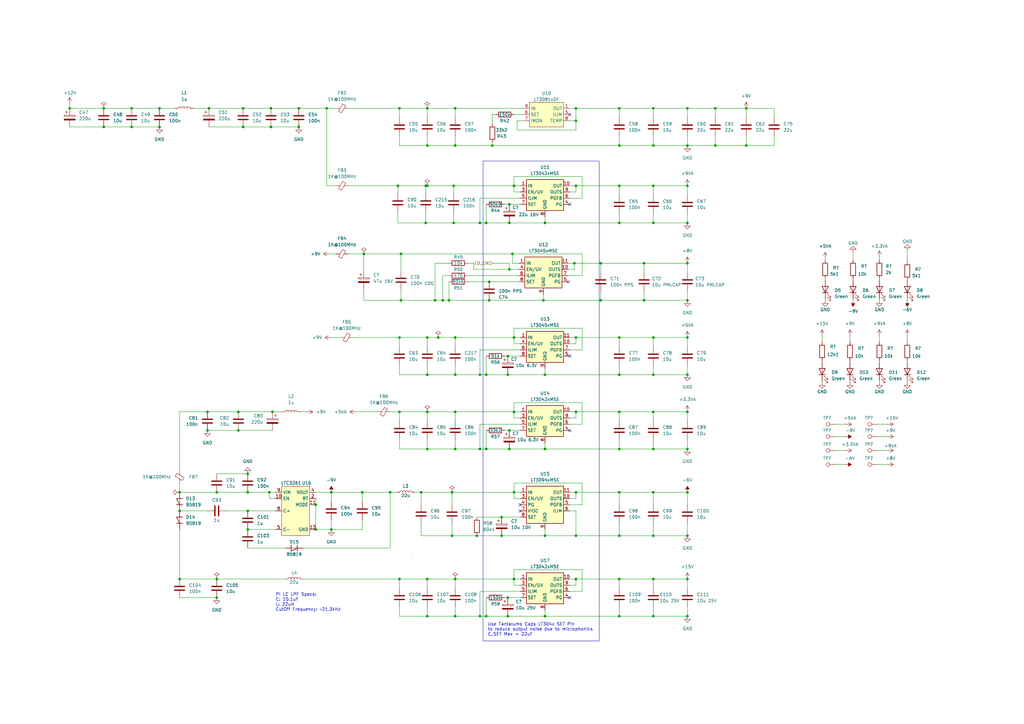
<source format=kicad_sch>
(kicad_sch (version 20230121) (generator eeschema)
  (paper "A3")
  (title_block (title "analog supply") (date "2023-11-27") (rev "r0_3") (company "M-Labs Limited") (comment 1 "Linus Woo Chun Kit"))
  (junction (at 175.26 237.49))
  (junction (at 223.52 184.15))
  (junction (at 236.22 76.2))
  (junction (at 210.82 201.93))
  (junction (at 65.405 44.45))
  (junction (at 208.28 146.05))
  (junction (at 208.28 153.67))
  (junction (at 210.82 76.2))
  (junction (at 236.22 168.91))
  (junction (at 185.42 219.71))
  (junction (at 101.6 217.17))
  (junction (at 254 184.15))
  (junction (at 185.42 201.93))
  (junction (at 135.89 217.17))
  (junction (at 133.985 44.45))
  (junction (at 178.435 123.19))
  (junction (at 281.94 59.69))
  (junction (at 293.37 44.45))
  (junction (at 210.82 138.43))
  (junction (at 254 91.44))
  (junction (at 174.625 91.44))
  (junction (at 236.22 49.53))
  (junction (at 196.85 184.15))
  (junction (at 174.625 76.2))
  (junction (at 88.9 237.49))
  (junction (at 186.055 76.2))
  (junction (at 199.39 252.73))
  (junction (at 65.405 52.07))
  (junction (at 254 44.45))
  (junction (at 210.185 104.14))
  (junction (at 267.97 76.2))
  (junction (at 199.39 153.67))
  (junction (at 254 237.49))
  (junction (at 111.76 168.91))
  (junction (at 281.94 107.95))
  (junction (at 160.02 201.93))
  (junction (at 186.69 138.43))
  (junction (at 186.69 153.67))
  (junction (at 85.725 44.45))
  (junction (at 53.975 52.07))
  (junction (at 175.26 59.69))
  (junction (at 267.97 201.93))
  (junction (at 99.695 52.07))
  (junction (at 28.575 44.45))
  (junction (at 281.94 138.43))
  (junction (at 267.97 138.43))
  (junction (at 208.915 176.53))
  (junction (at 85.09 168.91))
  (junction (at 196.85 91.44))
  (junction (at 184.15 123.19))
  (junction (at 267.97 252.73))
  (junction (at 281.94 237.49))
  (junction (at 186.69 252.73))
  (junction (at 293.37 59.69))
  (junction (at 254 219.71))
  (junction (at 97.79 168.91))
  (junction (at 148.59 201.93))
  (junction (at 223.52 153.67))
  (junction (at 223.52 91.44))
  (junction (at 236.22 44.45))
  (junction (at 101.6 209.55))
  (junction (at 281.94 76.2))
  (junction (at 281.94 201.93))
  (junction (at 281.94 168.91))
  (junction (at 200.66 115.57))
  (junction (at 281.94 123.19))
  (junction (at 186.69 237.49))
  (junction (at 208.915 91.44))
  (junction (at 186.69 184.15))
  (junction (at 163.83 168.91))
  (junction (at 236.22 219.71))
  (junction (at 254 168.91))
  (junction (at 222.885 123.19))
  (junction (at 306.07 59.69))
  (junction (at 281.94 252.73))
  (junction (at 186.055 91.44))
  (junction (at 164.465 104.14))
  (junction (at 281.94 184.15))
  (junction (at 267.97 44.45))
  (junction (at 135.89 201.93))
  (junction (at 208.915 110.49))
  (junction (at 208.28 252.73))
  (junction (at 267.97 168.91))
  (junction (at 175.26 168.91))
  (junction (at 175.26 138.43))
  (junction (at 281.94 219.71))
  (junction (at 186.69 59.69))
  (junction (at 122.555 52.07))
  (junction (at 208.28 245.11))
  (junction (at 236.22 201.93))
  (junction (at 99.695 44.45))
  (junction (at 254 153.67))
  (junction (at 254 138.43))
  (junction (at 210.82 168.91))
  (junction (at 281.94 91.44))
  (junction (at 254 59.69))
  (junction (at 267.97 184.15))
  (junction (at 264.16 123.19))
  (junction (at 254 76.2))
  (junction (at 101.6 201.93))
  (junction (at 205.74 219.71))
  (junction (at 208.915 184.15))
  (junction (at 175.26 252.73))
  (junction (at 122.555 44.45))
  (junction (at 181.61 123.19))
  (junction (at 73.66 209.55))
  (junction (at 201.93 59.69))
  (junction (at 267.97 237.49))
  (junction (at 196.85 252.73))
  (junction (at 111.125 52.07))
  (junction (at 175.26 184.15))
  (junction (at 163.83 138.43))
  (junction (at 88.9 201.93))
  (junction (at 254 201.93))
  (junction (at 85.09 176.53))
  (junction (at 163.195 76.2))
  (junction (at 110.49 201.93))
  (junction (at 235.585 107.95))
  (junction (at 267.97 219.71))
  (junction (at 223.52 252.73))
  (junction (at 175.26 153.67))
  (junction (at 205.74 212.09))
  (junction (at 73.66 201.93))
  (junction (at 97.79 176.53))
  (junction (at 267.97 59.69))
  (junction (at 42.545 52.07))
  (junction (at 195.58 219.71))
  (junction (at 236.22 237.49))
  (junction (at 281.94 153.67))
  (junction (at 223.52 219.71))
  (junction (at 175.26 76.2))
  (junction (at 264.16 107.95))
  (junction (at 306.07 44.45))
  (junction (at 179.705 138.43))
  (junction (at 208.915 83.82))
  (junction (at 163.83 44.45))
  (junction (at 199.39 184.15))
  (junction (at 101.6 194.31))
  (junction (at 88.9 245.11))
  (junction (at 200.66 123.19))
  (junction (at 267.97 91.44))
  (junction (at 246.38 123.19))
  (junction (at 175.26 44.45))
  (junction (at 210.82 237.49))
  (junction (at 254 252.73))
  (junction (at 281.94 44.45))
  (junction (at 73.66 237.49))
  (junction (at 163.83 237.49))
  (junction (at 186.69 168.91))
  (junction (at 129.54 207.01))
  (junction (at 53.975 44.45))
  (junction (at 267.97 153.67))
  (junction (at 111.125 44.45))
  (junction (at 42.545 44.45))
  (junction (at 186.69 44.45))
  (junction (at 246.38 107.95))
  (junction (at 164.465 123.19))
  (junction (at 129.54 217.17))
  (junction (at 172.72 201.93))
  (junction (at 149.225 104.14))
  (junction (at 236.22 138.43))
  (junction (at 199.39 91.44))
  (junction (at 196.85 153.67))
  (no_connect (at 233.68 176.53))
  (no_connect (at 233.68 245.11))
  (no_connect (at 233.045 115.57))
  (no_connect (at 233.68 46.99))
  (no_connect (at 213.36 209.55))
  (no_connect (at 213.36 207.01))
  (no_connect (at 233.68 83.82))
  (no_connect (at 233.68 146.05))
  (wire (pts (xy 88.9 201.93) (xy 101.6 201.93)))
  (wire (pts (xy 207.01 176.53) (xy 208.915 176.53)))
  (wire (pts (xy 28.575 42.545) (xy 28.575 44.45)))
  (wire (pts (xy 222.885 123.19) (xy 246.38 123.19)))
  (wire (pts (xy 267.97 214.63) (xy 267.97 219.71)))
  (wire (pts (xy 267.97 153.67) (xy 267.97 149.86)))
  (wire (pts (xy 196.85 81.28) (xy 196.85 91.44)))
  (wire (pts (xy 175.26 241.3) (xy 175.26 237.49)))
  (wire (pts (xy 124.46 237.49) (xy 163.83 237.49)))
  (wire (pts (xy 254 237.49) (xy 254 241.3)))
  (wire (pts (xy 233.68 140.97) (xy 236.22 140.97)))
  (wire (pts (xy 148.59 201.93) (xy 148.59 205.74)))
  (wire (pts (xy 281.94 252.73) (xy 281.94 248.92)))
  (wire (pts (xy 208.28 153.67) (xy 223.52 153.67)))
  (wire (pts (xy 246.38 107.95) (xy 246.38 111.76)))
  (wire (pts (xy 135.89 213.36) (xy 135.89 217.17)))
  (wire (pts (xy 163.83 252.73) (xy 163.83 248.92)))
  (wire (pts (xy 349.885 106.68) (xy 349.885 103.505)))
  (wire (pts (xy 111.125 44.45) (xy 122.555 44.45)))
  (wire (pts (xy 135.89 217.17) (xy 129.54 217.17)))
  (wire (pts (xy 201.93 58.42) (xy 201.93 59.69)))
  (wire (pts (xy 196.85 91.44) (xy 199.39 91.44)))
  (wire (pts (xy 208.915 91.44) (xy 223.52 91.44)))
  (wire (pts (xy 264.16 107.95) (xy 264.16 111.76)))
  (wire (pts (xy 342.9 179.07) (xy 346.71 179.07)))
  (wire (pts (xy 267.97 252.73) (xy 281.94 252.73)))
  (wire (pts (xy 186.69 172.72) (xy 186.69 168.91)))
  (wire (pts (xy 181.61 113.03) (xy 184.15 113.03)))
  (wire (pts (xy 236.22 219.71) (xy 223.52 219.71)))
  (wire (pts (xy 175.26 252.73) (xy 175.26 248.92)))
  (wire (pts (xy 201.93 50.8) (xy 201.93 46.99)))
  (wire (pts (xy 267.97 153.67) (xy 281.94 153.67)))
  (wire (pts (xy 85.09 176.53) (xy 97.79 176.53)))
  (wire (pts (xy 186.055 76.2) (xy 186.055 79.375)))
  (wire (pts (xy 210.82 76.2) (xy 213.36 76.2)))
  (wire (pts (xy 85.09 168.91) (xy 97.79 168.91)))
  (wire (pts (xy 342.9 184.785) (xy 346.71 184.785)))
  (wire (pts (xy 163.83 59.69) (xy 175.26 59.69)))
  (wire (pts (xy 210.82 237.49) (xy 213.36 237.49)))
  (wire (pts (xy 254 219.71) (xy 254 214.63)))
  (wire (pts (xy 129.54 201.93) (xy 135.89 201.93)))
  (wire (pts (xy 293.37 44.45) (xy 281.94 44.45)))
  (wire (pts (xy 337.185 137.795) (xy 337.185 140.335)))
  (wire (pts (xy 170.18 201.93) (xy 172.72 201.93)))
  (wire (pts (xy 208.28 146.05) (xy 213.36 146.05)))
  (wire (pts (xy 199.39 245.11) (xy 199.39 252.73)))
  (wire (pts (xy 172.72 214.63) (xy 172.72 219.71)))
  (wire (pts (xy 92.71 209.55) (xy 101.6 209.55)))
  (wire (pts (xy 199.39 184.15) (xy 208.915 184.15)))
  (wire (pts (xy 185.42 219.71) (xy 195.58 219.71)))
  (wire (pts (xy 175.26 184.15) (xy 186.69 184.15)))
  (wire (pts (xy 164.465 118.745) (xy 164.465 123.19)))
  (wire (pts (xy 199.39 91.44) (xy 208.915 91.44)))
  (wire (pts (xy 213.36 204.47) (xy 210.82 204.47)))
  (wire (pts (xy 317.5 48.26) (xy 317.5 44.45)))
  (wire (pts (xy 122.555 44.45) (xy 133.985 44.45)))
  (wire (pts (xy 254 219.71) (xy 267.97 219.71)))
  (wire (pts (xy 163.83 252.73) (xy 175.26 252.73)))
  (wire (pts (xy 185.42 201.93) (xy 210.82 201.93)))
  (wire (pts (xy 186.69 168.91) (xy 210.82 168.91)))
  (wire (pts (xy 293.37 59.69) (xy 306.07 59.69)))
  (wire (pts (xy 184.15 115.57) (xy 184.15 123.19)))
  (wire (pts (xy 199.39 146.05) (xy 199.39 153.67)))
  (wire (pts (xy 254 153.67) (xy 254 149.86)))
  (wire (pts (xy 238.76 134.62) (xy 210.82 134.62)))
  (wire (pts (xy 142.875 76.2) (xy 163.195 76.2)))
  (wire (pts (xy 174.625 86.995) (xy 174.625 91.44)))
  (wire (pts (xy 199.39 153.67) (xy 208.28 153.67)))
  (wire (pts (xy 175.26 149.86) (xy 175.26 153.67)))
  (wire (pts (xy 281.94 59.69) (xy 293.37 59.69)))
  (wire (pts (xy 172.72 219.71) (xy 185.42 219.71)))
  (wire (pts (xy 223.52 91.44) (xy 254 91.44)))
  (wire (pts (xy 236.22 240.03) (xy 236.22 237.49)))
  (wire (pts (xy 101.6 224.79) (xy 116.84 224.79)))
  (wire (pts (xy 254 184.15) (xy 254 180.34)))
  (wire (pts (xy 210.82 140.97) (xy 210.82 138.43)))
  (wire (pts (xy 42.545 52.07) (xy 53.975 52.07)))
  (wire (pts (xy 196.85 81.28) (xy 213.36 81.28)))
  (wire (pts (xy 163.83 149.86) (xy 163.83 153.67)))
  (wire (pts (xy 267.97 59.69) (xy 254 59.69)))
  (wire (pts (xy 212.09 49.53) (xy 214.63 49.53)))
  (wire (pts (xy 246.38 107.95) (xy 264.16 107.95)))
  (wire (pts (xy 267.97 91.44) (xy 267.97 87.63)))
  (wire (pts (xy 223.52 250.19) (xy 223.52 252.73)))
  (wire (pts (xy 200.66 123.19) (xy 222.885 123.19)))
  (wire (pts (xy 246.38 123.19) (xy 246.38 119.38)))
  (wire (pts (xy 254 201.93) (xy 267.97 201.93)))
  (wire (pts (xy 200.66 115.57) (xy 212.725 115.57)))
  (wire (pts (xy 372.11 140.335) (xy 372.11 137.795)))
  (wire (pts (xy 360.68 114.3) (xy 360.68 114.935)))
  (wire (pts (xy 186.69 44.45) (xy 214.63 44.45)))
  (wire (pts (xy 196.85 173.99) (xy 213.36 173.99)))
  (wire (pts (xy 360.045 184.785) (xy 363.855 184.785)))
  (wire (pts (xy 175.26 184.15) (xy 175.26 180.34)))
  (wire (pts (xy 233.045 113.03) (xy 238.76 113.03)))
  (wire (pts (xy 210.185 107.95) (xy 212.725 107.95)))
  (wire (pts (xy 186.69 241.3) (xy 186.69 237.49)))
  (wire (pts (xy 163.195 86.995) (xy 163.195 91.44)))
  (wire (pts (xy 254 237.49) (xy 267.97 237.49)))
  (wire (pts (xy 146.05 168.91) (xy 154.94 168.91)))
  (wire (pts (xy 236.22 237.49) (xy 254 237.49)))
  (wire (pts (xy 210.82 201.93) (xy 213.36 201.93)))
  (wire (pts (xy 236.22 44.45) (xy 236.22 49.53)))
  (wire (pts (xy 164.465 104.14) (xy 210.185 104.14)))
  (wire (pts (xy 205.74 212.09) (xy 213.36 212.09)))
  (wire (pts (xy 210.82 78.74) (xy 210.82 76.2)))
  (wire (pts (xy 196.85 252.73) (xy 199.39 252.73)))
  (wire (pts (xy 236.22 219.71) (xy 254 219.71)))
  (wire (pts (xy 210.82 138.43) (xy 213.36 138.43)))
  (wire (pts (xy 195.58 219.71) (xy 205.74 219.71)))
  (wire (pts (xy 73.66 237.49) (xy 88.9 237.49)))
  (wire (pts (xy 73.66 198.12) (xy 73.66 201.93)))
  (wire (pts (xy 337.185 148.59) (xy 337.185 147.955)))
  (wire (pts (xy 238.76 173.99) (xy 238.76 165.1)))
  (wire (pts (xy 175.26 172.72) (xy 175.26 168.91)))
  (wire (pts (xy 99.695 52.07) (xy 111.125 52.07)))
  (wire (pts (xy 73.66 237.49) (xy 73.66 217.17)))
  (wire (pts (xy 238.76 165.1) (xy 210.82 165.1)))
  (wire (pts (xy 184.15 107.95) (xy 178.435 107.95)))
  (wire (pts (xy 99.695 44.45) (xy 111.125 44.45)))
  (wire (pts (xy 208.915 184.15) (xy 223.52 184.15)))
  (wire (pts (xy 281.94 76.2) (xy 281.94 80.01)))
  (wire (pts (xy 163.83 172.72) (xy 163.83 168.91)))
  (wire (pts (xy 281.94 184.15) (xy 281.94 180.34)))
  (wire (pts (xy 201.93 46.99) (xy 203.2 46.99)))
  (wire (pts (xy 238.76 104.14) (xy 210.185 104.14)))
  (wire (pts (xy 210.82 240.03) (xy 210.82 237.49)))
  (wire (pts (xy 281.94 168.91) (xy 281.94 172.72)))
  (wire (pts (xy 233.68 143.51) (xy 238.76 143.51)))
  (wire (pts (xy 254 48.26) (xy 254 44.45)))
  (wire (pts (xy 181.61 113.03) (xy 181.61 123.19)))
  (wire (pts (xy 236.22 201.93) (xy 254 201.93)))
  (wire (pts (xy 163.195 76.2) (xy 163.195 79.375)))
  (wire (pts (xy 175.26 168.91) (xy 186.69 168.91)))
  (wire (pts (xy 208.915 176.53) (xy 213.36 176.53)))
  (wire (pts (xy 233.68 240.03) (xy 236.22 240.03)))
  (wire (pts (xy 201.93 59.69) (xy 254 59.69)))
  (wire (pts (xy 175.26 44.45) (xy 186.69 44.45)))
  (wire (pts (xy 142.875 44.45) (xy 163.83 44.45)))
  (wire (pts (xy 111.125 52.07) (xy 122.555 52.07)))
  (wire (pts (xy 236.22 138.43) (xy 254 138.43)))
  (wire (pts (xy 110.49 201.93) (xy 113.03 201.93)))
  (wire (pts (xy 360.045 179.07) (xy 363.855 179.07)))
  (wire (pts (xy 233.68 173.99) (xy 238.76 173.99)))
  (wire (pts (xy 194.31 107.95) (xy 194.31 110.49)))
  (wire (pts (xy 210.82 134.62) (xy 210.82 138.43)))
  (wire (pts (xy 267.97 76.2) (xy 267.97 80.01)))
  (wire (pts (xy 267.97 138.43) (xy 281.94 138.43)))
  (wire (pts (xy 254 44.45) (xy 267.97 44.45)))
  (wire (pts (xy 254 91.44) (xy 267.97 91.44)))
  (wire (pts (xy 264.16 123.19) (xy 264.16 119.38)))
  (wire (pts (xy 174.625 76.2) (xy 175.26 76.2)))
  (wire (pts (xy 186.69 138.43) (xy 210.82 138.43)))
  (wire (pts (xy 238.76 113.03) (xy 238.76 104.14)))
  (wire (pts (xy 223.52 151.13) (xy 223.52 153.67)))
  (wire (pts (xy 208.915 110.49) (xy 212.725 110.49)))
  (wire (pts (xy 233.68 138.43) (xy 236.22 138.43)))
  (wire (pts (xy 163.83 59.69) (xy 163.83 55.88)))
  (wire (pts (xy 233.68 81.28) (xy 238.76 81.28)))
  (wire (pts (xy 196.85 153.67) (xy 199.39 153.67)))
  (wire (pts (xy 223.52 181.61) (xy 223.52 184.15)))
  (wire (pts (xy 113.03 204.47) (xy 110.49 204.47)))
  (wire (pts (xy 73.66 245.11) (xy 88.9 245.11)))
  (wire (pts (xy 186.69 59.69) (xy 201.93 59.69)))
  (wire (pts (xy 233.68 76.2) (xy 236.22 76.2)))
  (wire (pts (xy 185.42 214.63) (xy 185.42 219.71)))
  (wire (pts (xy 164.465 104.14) (xy 164.465 111.125)))
  (wire (pts (xy 348.615 148.59) (xy 348.615 147.955)))
  (wire (pts (xy 175.26 252.73) (xy 186.69 252.73)))
  (wire (pts (xy 186.69 48.26) (xy 186.69 44.45)))
  (wire (pts (xy 186.055 91.44) (xy 196.85 91.44)))
  (wire (pts (xy 135.89 201.93) (xy 148.59 201.93)))
  (wire (pts (xy 208.915 83.82) (xy 213.36 83.82)))
  (wire (pts (xy 115.57 168.91) (xy 111.76 168.91)))
  (wire (pts (xy 123.19 168.91) (xy 125.73 168.91)))
  (wire (pts (xy 267.97 44.45) (xy 281.94 44.45)))
  (wire (pts (xy 199.39 176.53) (xy 199.39 184.15)))
  (wire (pts (xy 254 168.91) (xy 254 172.72)))
  (wire (pts (xy 254 201.93) (xy 254 207.01)))
  (wire (pts (xy 185.42 201.93) (xy 185.42 207.01)))
  (wire (pts (xy 135.89 201.93) (xy 135.89 205.74)))
  (wire (pts (xy 213.36 78.74) (xy 210.82 78.74)))
  (wire (pts (xy 267.97 48.26) (xy 267.97 44.45)))
  (wire (pts (xy 163.83 237.49) (xy 175.26 237.49)))
  (wire (pts (xy 186.055 76.2) (xy 210.82 76.2)))
  (wire (pts (xy 196.85 143.51) (xy 213.36 143.51)))
  (wire (pts (xy 163.195 76.2) (xy 174.625 76.2)))
  (wire (pts (xy 186.69 252.73) (xy 186.69 248.92)))
  (wire (pts (xy 233.68 168.91) (xy 236.22 168.91)))
  (wire (pts (xy 212.09 49.53) (xy 212.09 53.34)))
  (wire (pts (xy 372.11 102.87) (xy 372.11 107.315)))
  (wire (pts (xy 179.705 138.43) (xy 186.69 138.43)))
  (wire (pts (xy 236.22 49.53) (xy 233.68 49.53)))
  (wire (pts (xy 246.38 123.19) (xy 264.16 123.19)))
  (wire (pts (xy 338.455 114.935) (xy 338.455 114.3)))
  (wire (pts (xy 233.68 171.45) (xy 236.22 171.45)))
  (wire (pts (xy 254 91.44) (xy 254 87.63)))
  (wire (pts (xy 293.37 55.88) (xy 293.37 59.69)))
  (wire (pts (xy 238.76 81.28) (xy 238.76 72.39)))
  (wire (pts (xy 213.36 240.03) (xy 210.82 240.03)))
  (wire (pts (xy 175.26 153.67) (xy 186.69 153.67)))
  (wire (pts (xy 236.22 209.55) (xy 236.22 219.71)))
  (wire (pts (xy 163.83 153.67) (xy 175.26 153.67)))
  (wire (pts (xy 254 153.67) (xy 267.97 153.67)))
  (wire (pts (xy 101.6 217.17) (xy 113.03 217.17)))
  (wire (pts (xy 163.83 241.3) (xy 163.83 237.49)))
  (wire (pts (xy 306.07 44.45) (xy 293.37 44.45)))
  (wire (pts (xy 317.5 59.69) (xy 306.07 59.69)))
  (wire (pts (xy 233.68 242.57) (xy 238.76 242.57)))
  (wire (pts (xy 163.83 138.43) (xy 163.83 142.24)))
  (wire (pts (xy 236.22 168.91) (xy 254 168.91)))
  (wire (pts (xy 223.52 219.71) (xy 223.52 217.17)))
  (wire (pts (xy 160.02 224.79) (xy 160.02 201.93)))
  (wire (pts (xy 163.83 48.26) (xy 163.83 44.45)))
  (wire (pts (xy 236.22 53.34) (xy 236.22 49.53)))
  (wire (pts (xy 65.405 44.45) (xy 71.755 44.45)))
  (wire (pts (xy 267.97 201.93) (xy 281.94 201.93)))
  (wire (pts (xy 306.07 48.26) (xy 306.07 44.45)))
  (wire (pts (xy 148.59 217.17) (xy 135.89 217.17)))
  (wire (pts (xy 79.375 44.45) (xy 85.725 44.45)))
  (wire (pts (xy 338.455 106.045) (xy 338.455 106.68)))
  (wire (pts (xy 175.26 48.26) (xy 175.26 44.45)))
  (wire (pts (xy 267.97 237.49) (xy 281.94 237.49)))
  (wire (pts (xy 191.77 107.95) (xy 194.31 107.95)))
  (wire (pts (xy 110.49 204.47) (xy 110.49 201.93)))
  (wire (pts (xy 175.26 59.69) (xy 175.26 55.88)))
  (wire (pts (xy 210.82 168.91) (xy 213.36 168.91)))
  (wire (pts (xy 267.97 201.93) (xy 267.97 207.01)))
  (wire (pts (xy 342.9 190.5) (xy 346.71 190.5)))
  (wire (pts (xy 254 252.73) (xy 254 248.92)))
  (wire (pts (xy 233.68 78.74) (xy 236.22 78.74)))
  (wire (pts (xy 172.72 201.93) (xy 172.72 207.01)))
  (wire (pts (xy 186.69 149.86) (xy 186.69 153.67)))
  (wire (pts (xy 238.76 72.39) (xy 210.82 72.39)))
  (wire (pts (xy 184.15 123.19) (xy 200.66 123.19)))
  (wire (pts (xy 254 252.73) (xy 267.97 252.73)))
  (wire (pts (xy 235.585 107.95) (xy 246.38 107.95)))
  (wire (pts (xy 186.055 86.995) (xy 186.055 91.44)))
  (wire (pts (xy 236.22 140.97) (xy 236.22 138.43)))
  (wire (pts (xy 129.54 207.01) (xy 129.54 217.17)))
  (wire (pts (xy 267.97 252.73) (xy 267.97 248.92)))
  (wire (pts (xy 233.045 110.49) (xy 235.585 110.49)))
  (wire (pts (xy 28.575 44.45) (xy 42.545 44.45)))
  (wire (pts (xy 199.39 252.73) (xy 208.28 252.73)))
  (wire (pts (xy 186.69 59.69) (xy 186.69 55.88)))
  (wire (pts (xy 137.795 76.2) (xy 133.985 76.2)))
  (wire (pts (xy 254 55.88) (xy 254 59.69)))
  (wire (pts (xy 264.16 123.19) (xy 281.94 123.19)))
  (wire (pts (xy 174.625 91.44) (xy 186.055 91.44)))
  (wire (pts (xy 205.74 219.71) (xy 223.52 219.71)))
  (wire (pts (xy 196.85 242.57) (xy 196.85 252.73)))
  (wire (pts (xy 267.97 91.44) (xy 281.94 91.44)))
  (wire (pts (xy 360.045 173.99) (xy 363.855 173.99)))
  (wire (pts (xy 73.66 209.55) (xy 85.09 209.55)))
  (wire (pts (xy 186.69 237.49) (xy 210.82 237.49)))
  (wire (pts (xy 101.6 201.93) (xy 110.49 201.93)))
  (wire (pts (xy 85.725 44.45) (xy 99.695 44.45)))
  (wire (pts (xy 186.69 184.15) (xy 186.69 180.34)))
  (wire (pts (xy 235.585 110.49) (xy 235.585 107.95)))
  (wire (pts (xy 73.66 168.91) (xy 73.66 193.04)))
  (wire (pts (xy 210.82 46.99) (xy 214.63 46.99)))
  (wire (pts (xy 133.985 44.45) (xy 133.985 76.2)))
  (wire (pts (xy 135.255 104.14) (xy 137.795 104.14)))
  (wire (pts (xy 349.885 114.935) (xy 349.885 114.3)))
  (wire (pts (xy 88.9 237.49) (xy 116.84 237.49)))
  (wire (pts (xy 163.195 91.44) (xy 174.625 91.44)))
  (wire (pts (xy 233.045 107.95) (xy 235.585 107.95)))
  (wire (pts (xy 210.82 72.39) (xy 210.82 76.2)))
  (wire (pts (xy 281.94 44.45) (xy 281.94 48.26)))
  (wire (pts (xy 254 76.2) (xy 267.97 76.2)))
  (wire (pts (xy 233.68 237.49) (xy 236.22 237.49)))
  (wire (pts (xy 178.435 123.19) (xy 181.61 123.19)))
  (wire (pts (xy 181.61 123.19) (xy 184.15 123.19)))
  (wire (pts (xy 238.76 198.12) (xy 210.82 198.12)))
  (wire (pts (xy 233.68 44.45) (xy 236.22 44.45)))
  (wire (pts (xy 135.89 138.43) (xy 139.7 138.43)))
  (wire (pts (xy 196.85 143.51) (xy 196.85 153.67)))
  (wire (pts (xy 186.69 153.67) (xy 196.85 153.67)))
  (wire (pts (xy 281.94 91.44) (xy 281.94 87.63)))
  (wire (pts (xy 28.575 52.07) (xy 42.545 52.07)))
  (wire (pts (xy 338.455 123.19) (xy 338.455 122.555)))
  (wire (pts (xy 196.85 173.99) (xy 196.85 184.15)))
  (wire (pts (xy 281.94 138.43) (xy 281.94 142.24)))
  (wire (pts (xy 317.5 55.88) (xy 317.5 59.69)))
  (wire (pts (xy 281.94 153.67) (xy 281.94 149.86)))
  (wire (pts (xy 191.77 115.57) (xy 200.66 115.57)))
  (wire (pts (xy 233.68 204.47) (xy 236.22 204.47)))
  (wire (pts (xy 201.93 107.95) (xy 208.915 107.95)))
  (wire (pts (xy 238.76 207.01) (xy 238.76 198.12)))
  (wire (pts (xy 372.11 122.555) (xy 372.11 123.19)))
  (wire (pts (xy 163.83 168.91) (xy 175.26 168.91)))
  (wire (pts (xy 236.22 78.74) (xy 236.22 76.2)))
  (wire (pts (xy 196.85 184.15) (xy 199.39 184.15)))
  (wire (pts (xy 208.915 107.95) (xy 208.915 110.49)))
  (wire (pts (xy 212.09 53.34) (xy 236.22 53.34)))
  (wire (pts (xy 174.625 76.2) (xy 174.625 79.375)))
  (wire (pts (xy 196.85 242.57) (xy 213.36 242.57)))
  (wire (pts (xy 210.82 171.45) (xy 210.82 168.91)))
  (wire (pts (xy 208.28 252.73) (xy 223.52 252.73)))
  (wire (pts (xy 210.82 198.12) (xy 210.82 201.93)))
  (wire (pts (xy 133.985 44.45) (xy 137.795 44.45)))
  (wire (pts (xy 213.36 140.97) (xy 210.82 140.97)))
  (wire (pts (xy 238.76 242.57) (xy 238.76 233.68)))
  (wire (pts (xy 88.9 194.31) (xy 101.6 194.31)))
  (wire (pts (xy 164.465 123.19) (xy 178.435 123.19)))
  (wire (pts (xy 281.94 123.19) (xy 281.94 119.38)))
  (wire (pts (xy 267.97 168.91) (xy 267.97 172.72)))
  (wire (pts (xy 293.37 44.45) (xy 293.37 48.26)))
  (wire (pts (xy 149.225 123.19) (xy 164.465 123.19)))
  (wire (pts (xy 267.97 76.2) (xy 281.94 76.2)))
  (wire (pts (xy 53.975 52.07) (xy 65.405 52.07)))
  (wire (pts (xy 210.82 204.47) (xy 210.82 201.93)))
  (wire (pts (xy 360.68 156.845) (xy 360.68 156.21)))
  (wire (pts (xy 372.11 148.59) (xy 372.11 147.955)))
  (wire (pts (xy 342.9 173.99) (xy 346.71 173.99)))
  (wire (pts (xy 207.01 245.11) (xy 208.28 245.11)))
  (wire (pts (xy 238.76 233.68) (xy 210.82 233.68)))
  (wire (pts (xy 175.26 138.43) (xy 175.26 142.24)))
  (wire (pts (xy 254 138.43) (xy 267.97 138.43)))
  (wire (pts (xy 149.225 118.745) (xy 149.225 123.19)))
  (wire (pts (xy 222.885 120.65) (xy 222.885 123.19)))
  (wire (pts (xy 267.97 219.71) (xy 281.94 219.71)))
  (wire (pts (xy 223.52 88.9) (xy 223.52 91.44)))
  (wire (pts (xy 73.66 168.91) (xy 85.09 168.91)))
  (wire (pts (xy 360.68 106.68) (xy 360.68 105.41)))
  (wire (pts (xy 267.97 237.49) (xy 267.97 241.3)))
  (wire (pts (xy 254 184.15) (xy 267.97 184.15)))
  (wire (pts (xy 360.045 190.5) (xy 363.855 190.5)))
  (wire (pts (xy 236.22 171.45) (xy 236.22 168.91)))
  (wire (pts (xy 210.82 233.68) (xy 210.82 237.49)))
  (wire (pts (xy 281.94 55.88) (xy 281.94 59.69)))
  (wire (pts (xy 372.11 156.845) (xy 372.11 156.21)))
  (wire (pts (xy 42.545 44.45) (xy 53.975 44.45)))
  (wire (pts (xy 199.39 83.82) (xy 199.39 91.44)))
  (wire (pts (xy 160.02 168.91) (xy 163.83 168.91)))
  (wire (pts (xy 124.46 224.79) (xy 160.02 224.79)))
  (wire (pts (xy 254 138.43) (xy 254 142.24)))
  (wire (pts (xy 186.69 138.43) (xy 186.69 142.24)))
  (wire (pts (xy 149.225 104.14) (xy 149.225 111.125)))
  (wire (pts (xy 210.82 165.1) (xy 210.82 168.91)))
  (wire (pts (xy 264.16 107.95) (xy 281.94 107.95)))
  (wire (pts (xy 306.07 59.69) (xy 306.07 55.88)))
  (wire (pts (xy 175.26 76.2) (xy 186.055 76.2)))
  (wire (pts (xy 195.58 212.09) (xy 205.74 212.09)))
  (wire (pts (xy 53.975 44.45) (xy 65.405 44.45)))
  (wire (pts (xy 175.26 59.69) (xy 186.69 59.69)))
  (wire (pts (xy 163.83 184.15) (xy 175.26 184.15)))
  (wire (pts (xy 175.26 237.49) (xy 186.69 237.49)))
  (wire (pts (xy 254 168.91) (xy 267.97 168.91)))
  (wire (pts (xy 111.76 168.91) (xy 97.79 168.91)))
  (wire (pts (xy 348.615 140.335) (xy 348.615 137.795)))
  (wire (pts (xy 160.02 201.93) (xy 148.59 201.93)))
  (wire (pts (xy 348.615 156.21) (xy 348.615 156.845)))
  (wire (pts (xy 172.72 201.93) (xy 185.42 201.93)))
  (wire (pts (xy 281.94 201.93) (xy 281.94 207.01)))
  (wire (pts (xy 85.725 52.07) (xy 99.695 52.07)))
  (wire (pts (xy 101.6 209.55) (xy 113.03 209.55)))
  (wire (pts (xy 223.52 153.67) (xy 254 153.67)))
  (wire (pts (xy 142.875 104.14) (xy 149.225 104.14)))
  (wire (pts (xy 238.76 143.51) (xy 238.76 134.62)))
  (wire (pts (xy 73.66 201.93) (xy 88.9 201.93)))
  (wire (pts (xy 317.5 44.45) (xy 306.07 44.45)))
  (wire (pts (xy 360.68 148.59) (xy 360.68 147.955)))
  (wire (pts (xy 267.97 168.91) (xy 281.94 168.91)))
  (wire (pts (xy 233.68 207.01) (xy 238.76 207.01)))
  (wire (pts (xy 236.22 76.2) (xy 254 76.2)))
  (wire (pts (xy 236.22 204.47) (xy 236.22 201.93)))
  (wire (pts (xy 178.435 107.95) (xy 178.435 123.19)))
  (wire (pts (xy 236.22 44.45) (xy 254 44.45)))
  (wire (pts (xy 144.78 138.43) (xy 163.83 138.43)))
  (wire (pts (xy 236.22 209.55) (xy 233.68 209.55)))
  (wire (pts (xy 111.76 176.53) (xy 97.79 176.53)))
  (wire (pts (xy 149.225 104.14) (xy 164.465 104.14)))
  (wire (pts (xy 186.69 184.15) (xy 196.85 184.15)))
  (wire (pts (xy 337.185 156.21) (xy 337.185 156.845)))
  (wire (pts (xy 267.97 184.15) (xy 267.97 180.34)))
  (wire (pts (xy 267.97 138.43) (xy 267.97 142.24)))
  (wire (pts (xy 194.31 110.49) (xy 208.915 110.49)))
  (wire (pts (xy 213.36 171.45) (xy 210.82 171.45)))
  (wire (pts (xy 349.885 122.555) (xy 349.885 123.19)))
  (wire (pts (xy 175.26 138.43) (xy 179.705 138.43)))
  (wire (pts (xy 360.68 140.335) (xy 360.68 137.795)))
  (wire (pts (xy 233.68 201.93) (xy 236.22 201.93)))
  (wire (pts (xy 254 76.2) (xy 254 80.01)))
  (wire (pts (xy 163.83 44.45) (xy 175.26 44.45)))
  (wire (pts (xy 223.52 184.15) (xy 254 184.15)))
  (wire (pts (xy 208.28 245.11) (xy 213.36 245.11)))
  (wire (pts (xy 207.01 83.82) (xy 208.915 83.82)))
  (wire (pts (xy 281.94 107.95) (xy 281.94 111.76)))
  (wire (pts (xy 163.83 138.43) (xy 175.26 138.43)))
  (wire (pts (xy 360.68 122.555) (xy 360.68 123.19)))
  (wire (pts (xy 281.94 237.49) (xy 281.94 241.3)))
  (wire (pts (xy 148.59 213.36) (xy 148.59 217.17)))
  (wire (pts (xy 267.97 55.88) (xy 267.97 59.69)))
  (wire (pts (xy 129.54 204.47) (xy 129.54 207.01)))
  (wire (pts (xy 267.97 59.69) (xy 281.94 59.69)))
  (wire (pts (xy 223.52 252.73) (xy 254 252.73)))
  (wire (pts (xy 186.69 252.73) (xy 196.85 252.73)))
  (wire (pts (xy 267.97 184.15) (xy 281.94 184.15)))
  (wire (pts (xy 210.185 104.14) (xy 210.185 107.95)))
  (wire (pts (xy 160.02 201.93) (xy 162.56 201.93)))
  (wire (pts (xy 281.94 214.63) (xy 281.94 219.71)))
  (wire (pts (xy 163.83 184.15) (xy 163.83 180.34)))
  (wire (pts (xy 207.01 146.05) (xy 208.28 146.05)))
  (wire (pts (xy 191.77 113.03) (xy 212.725 113.03)))
  (rectangle (start 198.12 66.04) (end 245.745 262.89))
  (text "Pi LC LPF Specs:\nC: 10.1uF\nL: 22uH\nCutOff Frequency: ~21.3kHz" (at 113.03 250.825 0) (effects (font (size 1.27 1.27)) (justify left bottom)))
  (text "Use Tantalums Caps LT304x SET Pin\nto reduce output noise due to microphonics\nC_SET Max = 22uF" (at 200.025 260.985 0) (effects (font (size 1.27 1.27)) (justify left bottom)))
  (hierarchical_label "LD_EN" (shape input) (at 201.93 107.95 180))
  (symbol (lib_id "Device:R") (at 195.58 215.9 0) (unit 1)
    (property "Reference" "R58" (at 198.12 214.6299 0) (effects (justify left)))
    (property "Value" "60k4" (at 198.12 217.1699 0) (effects (justify left)))
    (property "Footprint" "Resistor_SMD:R_0603_1608Metric" (effects hide))
    (property "MFR_PN" "RT0603FRE0760K4L" (effects hide))
    (property "MFR_PN_ALT" "RC0603FR-0760K4L" (effects hide))
  )
  (symbol (lib_id "Device:LED") (at 349.885 118.745 90) (unit 1)
    (property "Reference" "D6" (at 353.695 119.0625 90) (effects (justify right)))
    (property "Value" "Green" (at 353.695 121.6025 90) (effects (justify right)))
    (property "Footprint" "LED_SMD:LED_0603_1608Metric" (effects hide))
    (property "MFR_PN" "150060GS75000" (effects hide))
  )
  (symbol (lib_id "Device:LED") (at 372.11 152.4 90) (unit 1)
    (property "Reference" "D12" (at 375.92 152.7175 90) (effects (justify right)))
    (property "Value" "Green" (at 375.92 155.2575 90) (effects (justify right)))
    (property "Footprint" "LED_SMD:LED_0603_1608Metric" (effects hide))
    (property "MFR_PN" "150060GS75000" (effects hide))
  )
  (symbol (lib_id "Device:C") (at 85.09 172.72 0) (mirror y) (unit 1)
    (property "Reference" "C81" (at 81.28 171.4499 0) (effects (justify left)))
    (property "Value" "100n" (at 81.28 173.9899 0) (effects (justify left)))
    (property "Footprint" "Capacitor_SMD:C_0603_1608Metric" (effects hide))
    (property "MFR_PN" "CL10B104KB8NNWC" (effects hide))
    (property "MFR_PN_ALT" "CL10B104KB8NNNL" (effects hide))
  )
  (symbol (lib_id "Device:C") (at 254 83.82 0) (unit 1)
    (property "Reference" "C65" (at 257.81 82.5499 0) (effects (justify left)))
    (property "Value" "100n" (at 257.81 85.0899 0) (effects (justify left)))
    (property "Footprint" "Capacitor_SMD:C_0603_1608Metric" (effects hide))
    (property "MFR_PN" "CL10B104KB8NNWC" (effects hide))
    (property "MFR_PN_ALT" "CL10B104KB8NNNL" (effects hide))
  )
  (symbol (lib_id "power:+5VA") (at 281.94 138.43 0) (unit 1)
    (property "Reference" "#PWR0107" (effects hide))
    (property "Value" "+5VA" (at 281.94 133.35 0))
  )
  (symbol (lib_id "Device:C") (at 101.6 213.36 0) (unit 1)
    (property "Reference" "C101" (at 105.41 212.0899 0) (effects (justify left)))
    (property "Value" "1u" (at 105.41 214.6299 0) (effects (justify left)))
    (property "Footprint" "Capacitor_SMD:C_0603_1608Metric" (effects hide))
    (property "MFR_PN" "CL10B105KA8NNNC" (effects hide))
    (property "MFR_PN_ALT" "CGA3E1X7R1E105K080AC" (effects hide))
  )
  (symbol (lib_id "power:PWR_FLAG") (at 175.26 76.2 0) (unit 1)
    (property "Reference" "#FLG07" (effects hide))
    (property "Value" "PWR_FLAG" (effects hide))
  )
  (symbol (lib_id "Device:C") (at 148.59 209.55 0) (unit 1)
    (property "Reference" "C95" (at 152.4 208.2799 0) (effects (justify left)))
    (property "Value" "10u" (at 152.4 210.8199 0) (effects (justify left)))
    (property "Footprint" "Capacitor_SMD:C_0805_2012Metric" (effects hide))
    (property "MFR_PN" "CL21B106KOQNNNG" (effects hide))
    (property "MFR_PN_ALT" "CL21B106KOQNNNE" (effects hide))
  )
  (symbol (lib_id "Device:R") (at 203.2 83.82 90) (unit 1)
    (property "Reference" "R44" (at 203.2 86.36 90))
    (property "Value" "90k9" (at 203.2 83.82 90))
    (property "Footprint" "Resistor_SMD:R_0603_1608Metric" (effects hide))
    (property "MFR_PN" "RT0603FRE0790K9L" (effects hide))
    (property "MFR_PN_ALT" "ERJ-UP3F9092V" (effects hide))
  )
  (symbol (lib_id "Device:R") (at 203.2 245.11 90) (unit 1)
    (property "Reference" "R59" (at 203.2 247.65 90))
    (property "Value" "150k" (at 203.2 245.11 90))
    (property "Footprint" "Resistor_SMD:R_0603_1608Metric" (effects hide))
    (property "MFR_PN" "CRGCQ0603F150K" (effects hide))
    (property "MFR_PN_ALT" "RMCF0603FG150K" (effects hide))
  )
  (symbol (lib_id "Device:C") (at 281.94 210.82 0) (unit 1)
    (property "Reference" "C100" (at 285.75 209.5499 0) (effects (justify left)))
    (property "Value" "10u" (at 285.75 212.0899 0) (effects (justify left)))
    (property "Footprint" "Capacitor_SMD:C_0805_2012Metric" (effects hide))
    (property "MFR_PN" "GRM21BZ71E106KE15K" (effects hide))
    (property "MFR_PN_ALT" "GRM21BZ71E106KE15L" (effects hide))
  )
  (symbol (lib_id "Device:C") (at 99.695 48.26 0) (unit 1)
    (property "Reference" "C52" (at 103.505 46.9899 0) (effects (justify left)))
    (property "Value" "10u" (at 103.505 49.5299 0) (effects (justify left)))
    (property "Footprint" "Capacitor_SMD:C_0805_2012Metric" (effects hide))
    (property "MFR_PN" "CL21B106KOQNNNG" (effects hide))
    (property "MFR_PN_ALT" "CL21B106KOQNNNE" (effects hide))
  )
  (symbol (lib_id "Device:R") (at 338.455 110.49 180) (unit 1)
    (property "Reference" "R?" (at 342.9 109.855 0))
    (property "Value" "5k1" (at 342.265 112.395 0))
    (property "Footprint" "Resistor_SMD:R_0603_1608Metric" (effects hide))
    (property "MFR_PN" "RMCF0603FT5K10" (effects hide))
    (property "MFR_PN_ALT" "CR0603-FX-5101ELF" (effects hide))
    (instances (project "kirdy" (path "" (reference "R?") (unit 1)) (path "" (reference "R46") (unit 1))))
  )
  (symbol (lib_id "power:+9VA") (at 363.855 184.785 270) (unit 1)
    (property "Reference" "#PWR0123" (effects hide))
    (property "Value" "+9VA" (at 362.585 182.88 90) (effects (justify left)))
  )
  (symbol (lib_id "power:GND") (at 349.885 103.505 180) (unit 1)
    (property "Reference" "#PWR092" (effects hide))
    (property "Value" "GND" (at 349.885 99.695 0))
  )
  (symbol (lib_id "power:PWR_FLAG") (at 149.225 104.14 0) (unit 1)
    (property "Reference" "#FLG08" (effects hide))
    (property "Value" "PWR_FLAG" (effects hide))
  )
  (symbol (lib_id "power:GND") (at 337.185 156.845 0) (unit 1)
    (property "Reference" "#PWR0109" (effects hide))
    (property "Value" "GND" (at 337.185 160.655 0))
  )
  (symbol (lib_id "Device:FerriteBead_Small") (at 73.66 195.58 180) (unit 1)
    (property "Reference" "FB7" (at 77.47 195.58 0) (effects (justify right)))
    (property "Value" "1K@100MHz" (at 58.42 195.58 0) (effects (justify right)))
    (property "Footprint" "Inductor_SMD:L_1210_3225Metric" (effects hide))
    (property "MFR_PN" "FBMH3225HM102NT" (effects hide))
    (property "MFR_PN_ALT" "FBMH3225HM102NTV" (effects hide))
  )
  (symbol (lib_id "Device:C") (at 175.26 146.05 0) (unit 1)
    (property "Reference" "C64" (at 179.07 144.7799 0) (effects (justify left)))
    (property "Value" "10u" (at 179.07 147.3199 0) (effects (justify left)))
    (property "Footprint" "Capacitor_SMD:C_0805_2012Metric" (effects hide))
    (property "MFR_PN" "CL21B106KOQNNNG" (effects hide))
    (property "MFR_PN_ALT" "CL21B106KOQNNNE" (effects hide))
  )
  (symbol (lib_id "Device:C") (at 175.26 176.53 0) (unit 1)
    (property "Reference" "C85" (at 179.07 175.2599 0) (effects (justify left)))
    (property "Value" "10u" (at 179.07 177.7999 0) (effects (justify left)))
    (property "Footprint" "Capacitor_SMD:C_0805_2012Metric" (effects hide))
    (property "MFR_PN" "CL21B106KOQNNNG" (effects hide))
    (property "MFR_PN_ALT" "CL21B106KOQNNNE" (effects hide))
  )
  (symbol (lib_id "Device:C") (at 254 52.07 0) (unit 1)
    (property "Reference" "C58" (at 257.81 50.7999 0) (effects (justify left)))
    (property "Value" "100n" (at 257.81 53.3399 0) (effects (justify left)))
    (property "Footprint" "Capacitor_SMD:C_0603_1608Metric" (effects hide))
    (property "MFR_PN" "CL10B104KB8NNWC" (effects hide))
    (property "MFR_PN_ALT" "CL10B104KB8NNNL" (effects hide))
  )
  (symbol (lib_id "power:GND") (at 281.94 123.19 0) (unit 1)
    (property "Reference" "#PWR097" (effects hide))
    (property "Value" "GND" (at 281.94 128.27 0))
  )
  (symbol (lib_id "Device:C") (at 267.97 210.82 0) (unit 1)
    (property "Reference" "C99" (at 271.78 209.5499 0) (effects (justify left)))
    (property "Value" "10u" (at 271.78 212.0899 0) (effects (justify left)))
    (property "Footprint" "Capacitor_SMD:C_0805_2012Metric" (effects hide))
    (property "MFR_PN" "CL21B106KOQNNNG" (effects hide))
    (property "MFR_PN_ALT" "CL21B106KOQNNNE" (effects hide))
  )
  (symbol (lib_id "Device:C") (at 175.26 245.11 0) (unit 1)
    (property "Reference" "C107" (at 179.07 243.8399 0) (effects (justify left)))
    (property "Value" "10u" (at 179.07 246.3799 0) (effects (justify left)))
    (property "Footprint" "Capacitor_SMD:C_0805_2012Metric" (effects hide))
    (property "MFR_PN" "CL21B106KOQNNNG" (effects hide))
    (property "MFR_PN_ALT" "CL21B106KOQNNNE" (effects hide))
  )
  (symbol (lib_id "Device:R") (at 372.11 111.125 180) (unit 1)
    (property "Reference" "R?" (at 376.555 110.49 0))
    (property "Value" "5k1" (at 375.92 113.03 0))
    (property "Footprint" "Resistor_SMD:R_0603_1608Metric" (effects hide))
    (property "MFR_PN" "RMCF0603FT5K10" (effects hide))
    (property "MFR_PN_ALT" "CR0603-FX-5101ELF" (effects hide))
    (instances (project "kirdy" (path "" (reference "R?") (unit 1)) (path "" (reference "R49") (unit 1))))
  )
  (symbol (lib_id "Device:C") (at 186.69 245.11 0) (unit 1)
    (property "Reference" "C108" (at 190.5 243.8399 0) (effects (justify left)))
    (property "Value" "100n" (at 190.5 246.3799 0) (effects (justify left)))
    (property "Footprint" "Capacitor_SMD:C_0603_1608Metric" (effects hide))
    (property "MFR_PN" "CL10B104KB8NNWC" (effects hide))
    (property "MFR_PN_ALT" "CL10B104KB8NNNL" (effects hide))
  )
  (symbol (lib_id "power:+5VA") (at 338.455 106.045 0) (unit 1)
    (property "Reference" "#PWR095" (effects hide))
    (property "Value" "+5VA" (at 338.455 100.965 0))
  )
  (symbol (lib_id "Device:LED") (at 360.68 152.4 90) (unit 1)
    (property "Reference" "D11" (at 364.49 152.7175 90) (effects (justify right)))
    (property "Value" "Green" (at 364.49 155.2575 90) (effects (justify right)))
    (property "Footprint" "LED_SMD:LED_0603_1608Metric" (effects hide))
    (property "MFR_PN" "150060GS75000" (effects hide))
  )
  (symbol (lib_id "Device:R") (at 203.2 146.05 90) (unit 1)
    (property "Reference" "R56" (at 203.2 148.59 90))
    (property "Value" "51k" (at 203.2 146.05 90))
    (property "Footprint" "Resistor_SMD:R_0603_1608Metric" (effects hide))
    (property "MFR_PN" "RMCF0603FT51K0" (effects hide))
    (property "MFR_PN_ALT" "CR0603-FX-5102ELF" (effects hide))
  )
  (symbol (lib_id "Device:C") (at 175.26 52.07 0) (unit 1)
    (property "Reference" "C56" (at 179.07 50.7999 0) (effects (justify left)))
    (property "Value" "10u" (at 179.07 53.3399 0) (effects (justify left)))
    (property "Footprint" "Capacitor_SMD:C_0805_2012Metric" (effects hide))
    (property "MFR_PN" "CL21B106KOQNNNG" (effects hide))
    (property "MFR_PN_ALT" "CL21B106KOQNNNE" (effects hide))
  )
  (symbol (lib_id "Device:L") (at 75.565 44.45 90) (unit 1)
    (property "Reference" "L1" (at 75.565 38.1 90))
    (property "Value" "1u" (at 75.565 40.64 90))
    (property "Footprint" "Inductor_SMD:L_1008_2520Metric" (effects hide))
    (property "MFR_PN" "DFE252012F-1R0M=P2" (effects hide))
    (property "MFR_PN_ALT" "DFE252012P-1R0M=P2" (effects hide))
  )
  (symbol (lib_id "Device:D_Shockley") (at 73.66 213.36 90) (unit 1)
    (property "Reference" "D14" (at 76.2 212.0899 90) (effects (justify right)))
    (property "Value" "B5819" (at 76.2 214.6299 90) (effects (justify right)))
    (property "Footprint" "Diode_SMD:D_SOD-323" (effects hide))
    (property "MFR_PN" "B5819WS-TP" (effects hide))
  )
  (symbol (lib_id "power:-9V") (at 135.89 201.93 0) (unit 1)
    (property "Reference" "#PWR0127" (effects hide))
    (property "Value" "-9V" (at 135.89 196.85 0))
  )
  (symbol (lib_id "Device:FerriteBead_Small") (at 140.335 104.14 90) (unit 1)
    (property "Reference" "FB4" (at 140.2969 97.79 90))
    (property "Value" "1K@100MHz" (at 140.2969 100.33 90))
    (property "Footprint" "Inductor_SMD:L_1210_3225Metric" (effects hide))
    (property "MFR_PN" "FBMH3225HM102NT" (effects hide))
    (property "MFR_PN_ALT" "FBMH3225HM102NTV" (effects hide))
  )
  (symbol (lib_id "Device:C") (at 254 210.82 0) (unit 1)
    (property "Reference" "C98" (at 257.81 209.5499 0) (effects (justify left)))
    (property "Value" "100n" (at 257.81 212.0899 0) (effects (justify left)))
    (property "Footprint" "Capacitor_SMD:C_0603_1608Metric" (effects hide))
    (property "MFR_PN" "CL10B104KB8NNWC" (effects hide))
    (property "MFR_PN_ALT" "CL10B104KB8NNNL" (effects hide))
  )
  (symbol (lib_id "power:PWR_FLAG") (at 179.705 138.43 0) (unit 1)
    (property "Reference" "#FLG09" (effects hide))
    (property "Value" "PWR_FLAG" (effects hide))
  )
  (symbol (lib_id "power:GND") (at 281.94 91.44 0) (unit 1)
    (property "Reference" "#PWR090" (effects hide))
    (property "Value" "GND" (at 281.94 96.52 0))
  )
  (symbol (lib_id "power:+9V") (at 306.07 44.45 0) (unit 1)
    (property "Reference" "#PWR085" (effects hide))
    (property "Value" "+9V" (at 306.07 39.37 0))
  )
  (symbol (lib_id "power:PWR_FLAG") (at 185.42 201.93 0) (unit 1)
    (property "Reference" "#FLG012" (effects hide))
    (property "Value" "PWR_FLAG" (effects hide))
  )
  (symbol (lib_id "Device:C_Polarized") (at 208.28 149.86 0) (unit 1)
    (property "Reference" "C?" (at 209.55 147.32 0) (effects (justify left)))
    (property "Value" "10u 6.3V" (at 211.455 149.86 0) (effects (justify left)))
    (property "Footprint" "Capacitor_Tantalum_SMD:CP_EIA-1608-10_AVX-L" (effects hide))
    (property "MFR_PN" "T58MM106M6R3C0500" (effects hide))
    (instances (project "kirdy" (path "" (reference "C?") (unit 1)) (path "" (reference "C112") (unit 1))))
  )
  (symbol (lib_id "power:+3.3VA") (at 346.71 184.785 270) (unit 1)
    (property "Reference" "#PWR0122" (effects hide))
    (property "Value" "+3.3VA" (at 348.615 182.245 90))
  )
  (symbol (lib_id "Device:C") (at 200.66 119.38 0) (unit 1)
    (property "Reference" "C74" (at 204.47 121.92 0) (effects (justify left)))
    (property "Value" "100n PPS" (at 204.47 119.38 0) (effects (justify left)))
    (property "Footprint" "Capacitor_SMD:C_1210_3225Metric" (effects hide))
    (property "MFR_PN" "ECH-U1C104JX5" (effects hide))
  )
  (symbol (lib_id "Device:C") (at 281.94 245.11 0) (unit 1)
    (property "Reference" "C111" (at 285.75 243.84 0) (effects (justify left)))
    (property "Value" "10u 25V" (at 285.75 246.38 0) (effects (justify left)))
    (property "Footprint" "Capacitor_SMD:C_0805_2012Metric" (effects hide))
    (property "MFR_PN" "GRM21BZ71E106KE15K" (effects hide))
    (property "MFR_PN_ALT" "GRM21BZ71E106KE15L" (effects hide))
  )
  (symbol (lib_id "Connector:TestPoint") (at 342.9 173.99 90) (unit 1) (in_bom no)
    (property "Reference" "TP?" (at 340.995 171.45 90) (effects (justify left)))
    (property "Value" "TestPoint" (effects hide))
    (property "Footprint" "TestPoint:TestPoint_Pad_1.0x1.0mm" (effects hide))
    (instances (project "kirdy" (path "" (reference "TP?") (unit 1)) (path "" (reference "TP4") (unit 1))))
  )
  (symbol (lib_id "Device:C") (at 122.555 48.26 0) (unit 1)
    (property "Reference" "C54" (at 126.365 46.9899 0) (effects (justify left)))
    (property "Value" "100n" (at 126.365 49.5299 0) (effects (justify left)))
    (property "Footprint" "Capacitor_SMD:C_0603_1608Metric" (effects hide))
    (property "MFR_PN" "CL10B104KB8NNWC" (effects hide))
    (property "MFR_PN_ALT" "CL10B104KB8NNNL" (effects hide))
  )
  (symbol (lib_id "Device:L") (at 120.65 237.49 90) (unit 1)
    (property "Reference" "L4" (at 120.65 234.95 90))
    (property "Value" "22u" (at 120.65 238.76 90))
    (property "Footprint" "Inductor_SMD:L_1210_3225Metric" (effects hide))
    (property "Datasheet" "https://www.mouser.hk/datasheet/2/396/LSQ02_e-3082146.pdf" (effects hide))
    (property "MFR_PN" "C3225T220KR" (effects hide))
    (property "MFR_PN_ALT" "LSQPA322525T220KR" (effects hide))
  )
  (symbol (lib_id "power:GND") (at 372.11 102.87 180) (unit 1)
    (property "Reference" "#PWR091" (effects hide))
    (property "Value" "GND" (at 372.11 99.06 0))
  )
  (symbol (lib_id "Device:C") (at 246.38 115.57 0) (unit 1)
    (property "Reference" "C71" (at 250.19 114.2999 0) (effects (justify left)))
    (property "Value" "100n PPS" (at 250.19 116.8399 0) (effects (justify left)))
    (property "Footprint" "Capacitor_SMD:C_1210_3225Metric" (effects hide))
    (property "MFR_PN" "ECH-U1C104JX5" (effects hide))
  )
  (symbol (lib_id "Device:C") (at 88.9 198.12 0) (unit 1)
    (property "Reference" "C91" (at 92.71 196.8499 0) (effects (justify left)))
    (property "Value" "10u" (at 92.71 199.3899 0) (effects (justify left)))
    (property "Footprint" "Capacitor_SMD:C_0805_2012Metric" (effects hide))
    (property "MFR_PN" "CL21B106KOQNNNG" (effects hide))
    (property "MFR_PN_ALT" "CL21B106KOQNNNE" (effects hide))
  )
  (symbol (lib_id "Regulator_Linear:LT3042xMSE") (at 223.52 78.74 0) (unit 1)
    (property "Reference" "U11" (at 223.52 68.58 0))
    (property "Value" "LT3042xMSE" (at 223.52 71.12 0))
    (property "Footprint" "Package_SO:MSOP-10-1EP_3x3mm_P0.5mm_EP1.68x1.88mm" (effects hide))
    (property "Datasheet" "https://www.analog.com/media/en/technical-documentation/data-sheets/3042fb.pdf" (effects hide))
    (property "MFR_PN" "LT3042IMSE#PBF" (effects hide))
    (property "MFR_PN_ALT" "LT3042IMSE#TRPBF" (effects hide))
  )
  (symbol (lib_id "Device:C") (at 267.97 52.07 0) (unit 1)
    (property "Reference" "C59" (at 271.78 50.7999 0) (effects (justify left)))
    (property "Value" "10u" (at 271.78 53.3399 0) (effects (justify left)))
    (property "Footprint" "Capacitor_SMD:C_0805_2012Metric" (effects hide))
    (property "MFR_PN" "CL21B106KOQNNNG" (effects hide))
    (property "MFR_PN_ALT" "CL21B106KOQNNNE" (effects hide))
  )
  (symbol (lib_id "Device:C") (at 101.6 220.98 0) (unit 1)
    (property "Reference" "C103" (at 105.41 219.7099 0) (effects (justify left)))
    (property "Value" "1u" (at 105.41 222.2499 0) (effects (justify left)))
    (property "Footprint" "Capacitor_SMD:C_0603_1608Metric" (effects hide))
    (property "MFR_PN" "CL10B105KA8NNNC" (effects hide))
    (property "MFR_PN_ALT" "CGA3E1X7R1E105K080AC" (effects hide))
  )
  (symbol (lib_id "Device:C_Polarized") (at 111.76 172.72 0) (mirror y) (unit 1)
    (property "Reference" "C83" (at 107.95 170.5609 0) (effects (justify left)))
    (property "Value" "220u" (at 107.95 173.1009 0) (effects (justify left)))
    (property "Footprint" "Capacitor_Tantalum_SMD:CP_EIA-7343-15_Kemet-W" (effects hide))
    (property "MFR_PN" "T491D227K016AT" (effects hide))
    (property "MFR_PN_ALT" "293D227X9016E2TE3" (effects hide))
  )
  (symbol (lib_id "Device:C") (at 254 245.11 0) (unit 1)
    (property "Reference" "C109" (at 257.81 243.8399 0) (effects (justify left)))
    (property "Value" "100n" (at 257.81 246.3799 0) (effects (justify left)))
    (property "Footprint" "Capacitor_SMD:C_0603_1608Metric" (effects hide))
    (property "MFR_PN" "CL10B104KB8NNWC" (effects hide))
    (property "MFR_PN_ALT" "CL10B104KB8NNNL" (effects hide))
  )
  (symbol (lib_id "Device:C") (at 88.9 241.3 0) (unit 1)
    (property "Reference" "C105" (at 92.71 240.0299 0) (effects (justify left)))
    (property "Value" "10u" (at 92.71 242.5699 0) (effects (justify left)))
    (property "Footprint" "Capacitor_SMD:C_0805_2012Metric" (effects hide))
    (property "MFR_PN" "CL21B106KOQNNNG" (effects hide))
    (property "MFR_PN_ALT" "CL21B106KOQNNNE" (effects hide))
  )
  (symbol (lib_id "Device:C") (at 281.94 52.07 0) (unit 1)
    (property "Reference" "C60" (at 285.75 50.8 0) (effects (justify left)))
    (property "Value" "22u" (at 285.75 53.34 0) (effects (justify left)))
    (property "Footprint" "Capacitor_SMD:C_1210_3225Metric" (effects hide))
    (property "MFR_PN" "CL32A226MOJNNNE" (effects hide))
  )
  (symbol (lib_id "Device:C") (at 53.975 48.26 0) (unit 1)
    (property "Reference" "C49" (at 57.785 46.9899 0) (effects (justify left)))
    (property "Value" "10u" (at 57.785 49.5299 0) (effects (justify left)))
    (property "Footprint" "Capacitor_SMD:C_0805_2012Metric" (effects hide))
    (property "MFR_PN" "CL21B106KOQNNNG" (effects hide))
    (property "MFR_PN_ALT" "CL21B106KOQNNNE" (effects hide))
  )
  (symbol (lib_id "Device:C_Polarized") (at 208.915 180.34 0) (unit 1)
    (property "Reference" "C?" (at 210.185 177.8 0) (effects (justify left)))
    (property "Value" "10u 6.3V" (at 212.09 180.34 0) (effects (justify left)))
    (property "Footprint" "Capacitor_Tantalum_SMD:CP_EIA-1608-10_AVX-L" (effects hide))
    (property "MFR_PN" "T58MM106M6R3C0500" (effects hide))
    (instances (project "kirdy" (path "" (reference "C?") (unit 1)) (path "" (reference "C68") (unit 1))))
  )
  (symbol (lib_id "Device:R") (at 360.68 110.49 180) (unit 1)
    (property "Reference" "R?" (at 363.22 109.22 0) (effects (justify right)))
    (property "Value" "2k" (at 363.22 111.76 0) (effects (justify right)))
    (property "Footprint" "Resistor_SMD:R_0603_1608Metric" (effects hide))
    (property "MFR_PN" "RC0603FR-072KL" (effects hide))
    (property "MFR_PN_ALT" "ERJ-3EKF2001V" (effects hide))
    (instances (project "kirdy" (path "" (reference "R?") (unit 1)) (path "" (reference "R48") (unit 1))))
  )
  (symbol (lib_id "Device:C") (at 174.625 83.185 0) (unit 1)
    (property "Reference" "C215" (at 178.435 81.9149 0) (effects (justify left)))
    (property "Value" "10u" (at 178.435 84.4549 0) (effects (justify left)))
    (property "Footprint" "Capacitor_SMD:C_0805_2012Metric" (effects hide))
    (property "MFR_PN" "CL21B106KOQNNNG" (effects hide))
    (property "MFR_PN_ALT" "CL21B106KOQNNNE" (effects hide))
  )
  (symbol (lib_id "Device:C") (at 281.94 176.53 0) (unit 1)
    (property "Reference" "C89" (at 285.75 175.2599 0) (effects (justify left)))
    (property "Value" "10u" (at 285.75 177.7999 0) (effects (justify left)))
    (property "Footprint" "Capacitor_SMD:C_0805_2012Metric" (effects hide))
    (property "MFR_PN" "CL21B106KOQNNNG" (effects hide))
    (property "MFR_PN_ALT" "CL21B106KOQNNNE" (effects hide))
  )
  (symbol (lib_id "Device:C") (at 172.72 210.82 0) (unit 1)
    (property "Reference" "C96" (at 176.53 209.5499 0) (effects (justify left)))
    (property "Value" "10u" (at 176.53 212.0899 0) (effects (justify left)))
    (property "Footprint" "Capacitor_SMD:C_0805_2012Metric" (effects hide))
    (property "MFR_PN" "CL21B106KOQNNNG" (effects hide))
    (property "MFR_PN_ALT" "CL21B106KOQNNNE" (effects hide))
  )
  (symbol (lib_id "Device:FerriteBead_Small") (at 157.48 168.91 90) (unit 1)
    (property "Reference" "FB6" (at 157.4419 162.56 90))
    (property "Value" "1K@100MHz" (at 157.4419 165.1 90))
    (property "Footprint" "Inductor_SMD:L_1210_3225Metric" (effects hide))
    (property "MFR_PN" "FBMH3225HM102NT" (effects hide))
    (property "MFR_PN_ALT" "FBMH3225HM102NTV" (effects hide))
  )
  (symbol (lib_id "Device:C_Polarized") (at 85.725 48.26 0) (unit 1)
    (property "Reference" "C51" (at 89.535 46.1009 0) (effects (justify left)))
    (property "Value" "220u" (at 89.535 48.6409 0) (effects (justify left)))
    (property "Footprint" "Capacitor_Tantalum_SMD:CP_EIA-7343-15_Kemet-W" (effects hide))
    (property "MFR_PN" "T491D227K016AT" (effects hide))
    (property "MFR_PN_ALT" "293D227X9016E2TE3" (effects hide))
  )
  (symbol (lib_id "Device:C") (at 267.97 176.53 0) (unit 1)
    (property "Reference" "C88" (at 271.78 175.2599 0) (effects (justify left)))
    (property "Value" "10u" (at 271.78 177.7999 0) (effects (justify left)))
    (property "Footprint" "Capacitor_SMD:C_0805_2012Metric" (effects hide))
    (property "MFR_PN" "CL21B106KOQNNNG" (effects hide))
    (property "MFR_PN_ALT" "CL21B106KOQNNNE" (effects hide))
  )
  (symbol (lib_id "Device:C") (at 97.79 172.72 0) (mirror y) (unit 1)
    (property "Reference" "C82" (at 93.98 171.4499 0) (effects (justify left)))
    (property "Value" "10u" (at 93.98 173.9899 0) (effects (justify left)))
    (property "Footprint" "Capacitor_SMD:C_0805_2012Metric" (effects hide))
    (property "MFR_PN" "CL21B106KOQNNNG" (effects hide))
    (property "MFR_PN_ALT" "CL21B106KOQNNNE" (effects hide))
  )
  (symbol (lib_id "power:GND") (at 348.615 156.845 0) (unit 1)
    (property "Reference" "#PWR0110" (effects hide))
    (property "Value" "GND" (at 348.615 160.655 0))
  )
  (symbol (lib_id "power:PWR_FLAG") (at 42.545 44.45 0) (unit 1)
    (property "Reference" "#FLG05" (effects hide))
    (property "Value" "PWR_FLAG" (effects hide))
  )
  (symbol (lib_id "Device:C_Polarized") (at 208.28 248.92 0) (unit 1)
    (property "Reference" "C?" (at 211.455 246.761 0) (effects (justify left)))
    (property "Value" "10u 25V" (at 211.455 249.301 0) (effects (justify left)))
    (property "Footprint" "Capacitor_Tantalum_SMD:CP_EIA-6032-28_Kemet-C" (effects hide))
    (property "MFR_PN" "593D106X0025C2TE3" (effects hide))
    (instances (project "kirdy" (path "" (reference "C?") (unit 1)) (path "" (reference "C80") (unit 1))))
  )
  (symbol (lib_id "Device:C") (at 281.94 83.82 0) (unit 1)
    (property "Reference" "C67" (at 285.75 82.5499 0) (effects (justify left)))
    (property "Value" "10u" (at 285.75 85.0899 0) (effects (justify left)))
    (property "Footprint" "Capacitor_SMD:C_0805_2012Metric" (effects hide))
    (property "MFR_PN" "CL21B106KOQNNNG" (effects hide))
    (property "MFR_PN_ALT" "CL21B106KOQNNNE" (effects hide))
  )
  (symbol (lib_id "Device:FerriteBead_Small") (at 142.24 138.43 90) (unit 1)
    (property "Reference" "FB5" (at 142.2019 132.08 90))
    (property "Value" "1K@100MHz" (at 142.2019 134.62 90))
    (property "Footprint" "Inductor_SMD:L_1210_3225Metric" (effects hide))
    (property "MFR_PN" "FBMH3225HM102NT" (effects hide))
    (property "MFR_PN_ALT" "FBMH3225HM102NTV" (effects hide))
  )
  (symbol (lib_id "power:+9VA") (at 281.94 76.2 0) (unit 1)
    (property "Reference" "#PWR089" (effects hide))
    (property "Value" "+9VA" (at 281.94 71.12 0))
  )
  (symbol (lib_id "Device:C") (at 163.83 176.53 0) (unit 1)
    (property "Reference" "C84" (at 167.64 175.2599 0) (effects (justify left)))
    (property "Value" "10u" (at 167.64 177.7999 0) (effects (justify left)))
    (property "Footprint" "Capacitor_SMD:C_0805_2012Metric" (effects hide))
    (property "MFR_PN" "CL21B106KOQNNNG" (effects hide))
    (property "MFR_PN_ALT" "CL21B106KOQNNNE" (effects hide))
  )
  (symbol (lib_id "Device:L") (at 119.38 168.91 270) (mirror x) (unit 1)
    (property "Reference" "L2" (at 119.38 162.56 90))
    (property "Value" "1u" (at 119.38 165.1 90))
    (property "Footprint" "Inductor_SMD:L_1008_2520Metric" (effects hide))
    (property "MFR_PN" "DFE252012F-1R0M=P2" (effects hide))
    (property "MFR_PN_ALT" "DFE252012P-1R0M=P2" (effects hide))
  )
  (symbol (lib_id "power:+15V") (at 363.855 173.99 270) (unit 1)
    (property "Reference" "#PWR0117" (effects hide))
    (property "Value" "+15V" (at 363.22 171.45 90) (effects (justify left)))
  )
  (symbol (lib_id "Device:C") (at 254 176.53 0) (unit 1)
    (property "Reference" "C87" (at 257.81 175.2599 0) (effects (justify left)))
    (property "Value" "100n" (at 257.81 177.7999 0) (effects (justify left)))
    (property "Footprint" "Capacitor_SMD:C_0603_1608Metric" (effects hide))
    (property "MFR_PN" "CL10B104KB8NNWC" (effects hide))
    (property "MFR_PN_ALT" "CL10B104KB8NNNL" (effects hide))
  )
  (symbol (lib_id "power:GND") (at 281.94 219.71 0) (unit 1)
    (property "Reference" "#PWR0130" (effects hide))
    (property "Value" "GND" (at 281.94 224.79 0))
  )
  (symbol (lib_id "Connector:TestPoint") (at 342.9 190.5 90) (unit 1) (in_bom no)
    (property "Reference" "TP?" (at 340.995 187.96 90) (effects (justify left)))
    (property "Value" "TestPoint" (effects hide))
    (property "Footprint" "TestPoint:TestPoint_Pad_1.0x1.0mm" (effects hide))
    (instances (project "kirdy" (path "" (reference "TP?") (unit 1)) (path "" (reference "TP10") (unit 1))))
  )
  (symbol (lib_id "Device:LED") (at 337.185 152.4 90) (unit 1)
    (property "Reference" "D9" (at 340.995 152.7175 90) (effects (justify right)))
    (property "Value" "Green" (at 340.995 155.2575 90) (effects (justify right)))
    (property "Footprint" "LED_SMD:LED_0603_1608Metric" (effects hide))
    (property "MFR_PN" "150060GS75000" (effects hide))
  )
  (symbol (lib_id "Device:C") (at 267.97 83.82 0) (unit 1)
    (property "Reference" "C66" (at 271.78 82.5499 0) (effects (justify left)))
    (property "Value" "10u" (at 271.78 85.0899 0) (effects (justify left)))
    (property "Footprint" "Capacitor_SMD:C_0805_2012Metric" (effects hide))
    (property "MFR_PN" "CL21B106KOQNNNG" (effects hide))
    (property "MFR_PN_ALT" "CL21B106KOQNNNE" (effects hide))
  )
  (symbol (lib_id "Device:LED") (at 338.455 118.745 90) (unit 1)
    (property "Reference" "D5" (at 342.265 119.0625 90) (effects (justify right)))
    (property "Value" "Green" (at 342.265 121.6025 90) (effects (justify right)))
    (property "Footprint" "LED_SMD:LED_0603_1608Metric" (effects hide))
    (property "MFR_PN" "150060GS75000" (effects hide))
  )
  (symbol (lib_id "power:+3.3VA") (at 360.68 105.41 0) (unit 1)
    (property "Reference" "#PWR094" (effects hide))
    (property "Value" "+3.3VA" (at 360.68 100.965 0))
  )
  (symbol (lib_id "power:-9V") (at 349.885 123.19 180) (unit 1)
    (property "Reference" "#PWR099" (effects hide))
    (property "Value" "-9V" (at 349.885 127.635 0))
  )
  (symbol (lib_id "Device:LED") (at 360.68 118.745 90) (unit 1)
    (property "Reference" "D7" (at 364.49 119.0625 90) (effects (justify right)))
    (property "Value" "Green" (at 364.49 121.6025 90) (effects (justify right)))
    (property "Footprint" "LED_SMD:LED_0603_1608Metric" (effects hide))
    (property "MFR_PN" "150060GS75000" (effects hide))
  )
  (symbol (lib_id "Device:R") (at 207.01 46.99 90) (unit 1)
    (property "Reference" "R42" (at 207.01 49.53 90))
    (property "Value" "150k" (at 207.01 46.99 90))
    (property "Footprint" "Resistor_SMD:R_0603_1608Metric" (effects hide))
    (property "MFR_PN" "CRGCQ0603F150K" (effects hide))
    (property "MFR_PN_ALT" "RMCF0603FG150K" (effects hide))
  )
  (symbol (lib_id "power:PWR_FLAG") (at 186.69 237.49 0) (unit 1)
    (property "Reference" "#FLG014" (effects hide))
    (property "Value" "PWR_FLAG" (effects hide))
  )
  (symbol (lib_id "Device:R") (at 187.96 113.03 90) (unit 1)
    (property "Reference" "R50" (at 187.96 110.49 90))
    (property "Value" "470" (at 187.96 113.03 90))
    (property "Footprint" "Resistor_SMD:R_0603_1608Metric" (effects hide))
    (property "MFR_PN" "WR06X4700FTL" (effects hide))
    (property "MFR_PN_ALT" "RC0603FR-07470RL" (effects hide))
  )
  (symbol (lib_id "Device:C") (at 317.5 52.07 0) (unit 1)
    (property "Reference" "C75" (at 321.31 50.8 0) (effects (justify left)))
    (property "Value" "22u" (at 321.31 53.34 0) (effects (justify left)))
    (property "Footprint" "Capacitor_SMD:C_1210_3225Metric" (effects hide))
    (property "MFR_PN" "CL32A226MOJNNNE" (effects hide))
  )
  (symbol (lib_id "Device:R") (at 348.615 144.145 180) (unit 1)
    (property "Reference" "R?" (at 353.06 142.875 0))
    (property "Value" "10k" (at 352.425 146.05 0))
    (property "Footprint" "Resistor_SMD:R_0603_1608Metric" (effects hide))
    (property "MFR_PN" "RNCP0603FTD10K0" (effects hide))
    (property "MFR_PN_ALT" "RMCF0603FT10K0" (effects hide))
    (instances (project "kirdy" (path "" (reference "R?") (unit 1)) (path "" (reference "R53") (unit 1))))
  )
  (symbol (lib_id "power:+9VA") (at 360.68 137.795 0) (unit 1)
    (property "Reference" "#PWR0104" (effects hide))
    (property "Value" "+9VA" (at 360.68 132.715 0))
  )
  (symbol (lib_id "power:GND") (at 281.94 252.73 0) (unit 1)
    (property "Reference" "#PWR0133" (effects hide))
    (property "Value" "GND" (at 281.94 257.81 0))
  )
  (symbol (lib_id "power:PWR_FLAG") (at 88.9 237.49 0) (unit 1)
    (property "Reference" "#FLG013" (effects hide))
    (property "Value" "PWR_FLAG" (effects hide))
  )
  (symbol (lib_id "power:GND") (at 281.94 184.15 0) (unit 1)
    (property "Reference" "#PWR0121" (effects hide))
    (property "Value" "GND" (at 281.94 189.23 0))
  )
  (symbol (lib_id "Device:C") (at 163.195 83.185 0) (unit 1)
    (property "Reference" "C90" (at 167.005 81.9149 0) (effects (justify left)))
    (property "Value" "10u" (at 167.005 84.4549 0) (effects (justify left)))
    (property "Footprint" "Capacitor_SMD:C_0805_2012Metric" (effects hide))
    (property "MFR_PN" "CL21B106KOQNNNG" (effects hide))
    (property "MFR_PN_ALT" "CL21B106KOQNNNE" (effects hide))
  )
  (symbol (lib_id "Device:C") (at 264.16 115.57 0) (unit 1)
    (property "Reference" "C72" (at 267.335 114.3 0) (effects (justify left)))
    (property "Value" "10u PMLCAP" (at 267.335 116.84 0) (effects (justify left)))
    (property "Footprint" "Capacitor_SMD:C_1812_4532Metric" (effects hide))
    (property "MFR_PN" "16MU106MC44532" (effects hide))
  )
  (symbol (lib_id "Device:C") (at 186.69 176.53 0) (unit 1)
    (property "Reference" "C86" (at 190.5 175.2599 0) (effects (justify left)))
    (property "Value" "100n" (at 190.5 177.7999 0) (effects (justify left)))
    (property "Footprint" "Capacitor_SMD:C_0603_1608Metric" (effects hide))
    (property "MFR_PN" "CL10B104KB8NNWC" (effects hide))
    (property "MFR_PN_ALT" "CL10B104KB8NNNL" (effects hide))
  )
  (symbol (lib_id "Device:R") (at 360.68 144.145 180) (unit 1)
    (property "Reference" "R?" (at 365.125 142.875 0))
    (property "Value" "10k" (at 364.49 146.05 0))
    (property "Footprint" "Resistor_SMD:R_0603_1608Metric" (effects hide))
    (property "MFR_PN" "RNCP0603FTD10K0" (effects hide))
    (property "MFR_PN_ALT" "RMCF0603FT10K0" (effects hide))
    (instances (project "kirdy" (path "" (reference "R?") (unit 1)) (path "" (reference "R54") (unit 1))))
  )
  (symbol (lib_id "power:+9V") (at 348.615 137.795 0) (unit 1)
    (property "Reference" "#PWR0103" (effects hide))
    (property "Value" "+9V" (at 348.615 132.715 0))
  )
  (symbol (lib_id "power:+9V") (at 125.73 168.91 270) (unit 1)
    (property "Reference" "#PWR0113" (effects hide))
    (property "Value" "+9V" (at 129.54 168.9099 90) (effects (justify left)))
  )
  (symbol (lib_id "Device:C") (at 88.9 209.55 90) (unit 1)
    (property "Reference" "C93" (at 88.9 205.105 90))
    (property "Value" "1u" (at 88.9 213.36 90))
    (property "Footprint" "Capacitor_SMD:C_0603_1608Metric" (effects hide))
    (property "MFR_PN" "CL10B105KA8NNNC" (effects hide))
    (property "MFR_PN_ALT" "CGA3E1X7R1E105K080AC" (effects hide))
  )
  (symbol (lib_id "power:+5VA") (at 146.05 168.91 90) (unit 1)
    (property "Reference" "#PWR0114" (effects hide))
    (property "Value" "+5VA" (at 142.24 168.9099 90) (effects (justify left)))
  )
  (symbol (lib_id "Device:C") (at 293.37 52.07 0) (unit 1)
    (property "Reference" "C61" (at 297.18 50.8 0) (effects (justify left)))
    (property "Value" "22u" (at 297.18 53.34 0) (effects (justify left)))
    (property "Footprint" "Capacitor_SMD:C_1210_3225Metric" (effects hide))
    (property "MFR_PN" "CL32A226MOJNNNE" (effects hide))
  )
  (symbol (lib_id "power:PWR_FLAG") (at 175.26 168.91 0) (unit 1)
    (property "Reference" "#FLG010" (effects hide))
    (property "Value" "PWR_FLAG" (effects hide))
  )
  (symbol (lib_id "Device:C_Polarized") (at 205.74 215.9 0) (unit 1)
    (property "Reference" "C?" (at 209.55 213.741 0) (effects (justify left)))
    (property "Value" "10u 10V" (at 209.55 216.281 0) (effects (justify left)))
    (property "Footprint" "Capacitor_Tantalum_SMD:CP_EIA-3528-21_Kemet-B" (effects hide))
    (property "MFR_PN" "TPSB156K010R0450" (effects hide))
    (instances (project "kirdy" (path "" (reference "C?") (unit 1)) (path "" (reference "C102") (unit 1))))
  )
  (symbol (lib_id "power:+9V") (at 363.855 179.07 270) (unit 1)
    (property "Reference" "#PWR0120" (effects hide))
    (property "Value" "+9V" (at 363.22 176.53 90) (effects (justify left)))
  )
  (symbol (lib_id "power:GND") (at 338.455 123.19 0) (unit 1)
    (property "Reference" "#PWR098" (effects hide))
    (property "Value" "GND" (at 338.455 127 0))
  )
  (symbol (lib_id "power:PWR_FLAG") (at 73.66 201.93 90) (unit 1)
    (property "Reference" "#FLG011" (effects hide))
    (property "Value" "PWR_FLAG" (effects hide))
  )
  (symbol (lib_id "kirdy:LTC3261") (at 120.65 208.28 0) (unit 1)
    (property "Reference" "U16" (at 125.73 198.12 0))
    (property "Value" "LTC3261" (at 119.38 198.12 0))
    (property "Footprint" "Package_SO:MSOP-12-1EP_3x4mm_P0.65mm_EP1.65x2.85mm" (effects hide))
    (property "Datasheet" "https://www.analog.com/media/en/technical-documentation/data-sheets/3261fb.pdf" (effects hide))
    (property "MFR_PN" "LTC3261IMSE#TRPBF" (effects hide))
    (property "MFR_PN_ALT" "LTC3261EMSE#TRPBF" (effects hide))
  )
  (symbol (lib_id "Device:C_Polarized") (at 149.225 114.935 0) (unit 1)
    (property "Reference" "C?" (at 153.035 112.7759 0) (effects (justify left)))
    (property "Value" "47u 16V" (at 153.035 115.3159 0) (effects (justify left)))
    (property "Footprint" "Capacitor_Tantalum_SMD:CP_EIA-3528-21_Kemet-B" (effects hide))
    (property "MFR_PN" "T58BB476M016C0200 " (effects hide))
    (instances (project "kirdy" (path "" (reference "C?") (unit 1)) (path "" (reference "C69") (unit 1))))
  )
  (symbol (lib_id "Device:R") (at 187.96 115.57 90) (unit 1)
    (property "Reference" "R51" (at 187.96 118.11 90))
    (property "Value" "80k6" (at 187.96 115.57 90))
    (property "Footprint" "Resistor_SMD:R_0603_1608Metric" (effects hide))
    (property "MFR_PN" "RC0603FR-0780K6L" (effects hide))
    (property "MFR_PN_ALT" "RK73H1JTTD8062F" (effects hide))
  )
  (symbol (lib_id "Device:C") (at 186.69 146.05 0) (unit 1)
    (property "Reference" "C217" (at 190.5 144.7799 0) (effects (justify left)))
    (property "Value" "100n" (at 190.5 147.3199 0) (effects (justify left)))
    (property "Footprint" "Capacitor_SMD:C_0603_1608Metric" (effects hide))
    (property "MFR_PN" "CL10B104KB8NNWC" (effects hide))
    (property "MFR_PN_ALT" "CL10B104KB8NNNL" (effects hide))
  )
  (symbol (lib_id "power:PWR_FLAG") (at 175.26 44.45 0) (unit 1)
    (property "Reference" "#FLG06" (effects hide))
    (property "Value" "PWR_FLAG" (effects hide))
  )
  (symbol (lib_id "Device:C") (at 111.125 48.26 0) (unit 1)
    (property "Reference" "C53" (at 114.935 46.9899 0) (effects (justify left)))
    (property "Value" "10u" (at 114.935 49.5299 0) (effects (justify left)))
    (property "Footprint" "Capacitor_SMD:C_0805_2012Metric" (effects hide))
    (property "MFR_PN" "CL21B106KOQNNNG" (effects hide))
    (property "MFR_PN_ALT" "CL21B106KOQNNNE" (effects hide))
  )
  (symbol (lib_id "power:GND") (at 372.11 156.845 0) (unit 1)
    (property "Reference" "#PWR0112" (effects hide))
    (property "Value" "GND" (at 372.11 160.655 0))
  )
  (symbol (lib_id "Device:FerriteBead_Small") (at 140.335 44.45 90) (unit 1)
    (property "Reference" "FB2" (at 140.2969 38.1 90))
    (property "Value" "1K@100MHz" (at 140.2969 40.64 90))
    (property "Footprint" "Inductor_SMD:L_1210_3225Metric" (effects hide))
    (property "MFR_PN" "FBMH3225HM102NT" (effects hide))
    (property "MFR_PN_ALT" "FBMH3225HM102NTV" (effects hide))
  )
  (symbol (lib_id "Device:C") (at 163.83 52.07 0) (unit 1)
    (property "Reference" "C55" (at 167.64 50.7999 0) (effects (justify left)))
    (property "Value" "10u" (at 167.64 53.3399 0) (effects (justify left)))
    (property "Footprint" "Capacitor_SMD:C_0805_2012Metric" (effects hide))
    (property "MFR_PN" "CL21B106KOQNNNG" (effects hide))
    (property "MFR_PN_ALT" "CL21B106KOQNNNE" (effects hide))
  )
  (symbol (lib_id "Device:C") (at 306.07 52.07 0) (unit 1)
    (property "Reference" "C62" (at 309.88 50.8 0) (effects (justify left)))
    (property "Value" "22u" (at 309.88 53.34 0) (effects (justify left)))
    (property "Footprint" "Capacitor_SMD:C_1210_3225Metric" (effects hide))
    (property "MFR_PN" "CL32A226MOJNNNE" (effects hide))
  )
  (symbol (lib_id "power:+15V") (at 281.94 237.49 0) (unit 1)
    (property "Reference" "#PWR0131" (effects hide))
    (property "Value" "+15V" (at 281.94 232.41 0))
  )
  (symbol (lib_id "Device:LED") (at 348.615 152.4 90) (unit 1)
    (property "Reference" "D10" (at 352.425 152.7175 90) (effects (justify right)))
    (property "Value" "Green" (at 352.425 155.2575 90) (effects (justify right)))
    (property "Footprint" "LED_SMD:LED_0603_1608Metric" (effects hide))
    (property "MFR_PN" "150060GS75000" (effects hide))
  )
  (symbol (lib_id "power:GND") (at 281.94 59.69 0) (unit 1)
    (property "Reference" "#PWR088" (effects hide))
    (property "Value" "GND" (at 281.94 64.77 0))
  )
  (symbol (lib_id "Connector:TestPoint") (at 342.9 184.785 90) (unit 1) (in_bom no)
    (property "Reference" "TP?" (at 340.995 182.245 90) (effects (justify left)))
    (property "Value" "TestPoint" (effects hide))
    (property "Footprint" "TestPoint:TestPoint_Pad_1.0x1.0mm" (effects hide))
    (instances (project "kirdy" (path "" (reference "TP?") (unit 1)) (path "" (reference "TP8") (unit 1))))
  )
  (symbol (lib_id "Device:C") (at 185.42 210.82 0) (unit 1)
    (property "Reference" "C97" (at 189.23 209.5499 0) (effects (justify left)))
    (property "Value" "100n" (at 189.23 212.0899 0) (effects (justify left)))
    (property "Footprint" "Capacitor_SMD:C_0603_1608Metric" (effects hide))
    (property "MFR_PN" "CL10B104KB8NNWC" (effects hide))
    (property "MFR_PN_ALT" "CL10B104KB8NNNL" (effects hide))
  )
  (symbol (lib_id "Regulator_Linear:LT3042xMSE") (at 223.52 171.45 0) (unit 1)
    (property "Reference" "U14" (at 223.52 161.29 0))
    (property "Value" "LT3042xMSE" (at 223.52 163.83 0))
    (property "Footprint" "Package_SO:MSOP-10-1EP_3x3mm_P0.5mm_EP1.68x1.88mm" (effects hide))
    (property "Datasheet" "https://www.analog.com/media/en/technical-documentation/data-sheets/3042fb.pdf" (effects hide))
    (property "MFR_PN" "LT3042IMSE#PBF" (effects hide))
    (property "MFR_PN_ALT" "LT3042IMSE#TRPBF" (effects hide))
  )
  (symbol (lib_id "Regulator_Linear:LT3045xMSE") (at 222.885 110.49 0) (unit 1)
    (property "Reference" "U12" (at 222.885 100.33 0))
    (property "Value" "LT3045xMSE" (at 222.885 102.87 0))
    (property "Footprint" "Package_SO:MSOP-12-1EP_3x4mm_P0.65mm_EP1.65x2.85mm" (effects hide))
    (property "Datasheet" "https://www.analog.com/media/en/technical-documentation/data-sheets/3045fa.pdf" (effects hide))
    (property "MFR_PN" "LT3045EMSE-1#PBF" (effects hide))
    (property "MFR_PN_ALT" "LT3045IMSE-1#PBF" (effects hide))
  )
  (symbol (lib_id "power:GND") (at 360.68 156.845 0) (unit 1)
    (property "Reference" "#PWR0111" (effects hide))
    (property "Value" "GND" (at 360.68 160.655 0))
  )
  (symbol (lib_id "Connector:TestPoint") (at 360.045 190.5 90) (unit 1) (in_bom no)
    (property "Reference" "TP?" (at 358.14 187.96 90) (effects (justify left)))
    (property "Value" "TestPoint" (effects hide))
    (property "Footprint" "TestPoint:TestPoint_Pad_1.0x1.0mm" (effects hide))
    (instances (project "kirdy" (path "" (reference "TP?") (unit 1)) (path "" (reference "TP11") (unit 1))))
  )
  (symbol (lib_id "Device:C") (at 164.465 114.935 0) (unit 1)
    (property "Reference" "C70" (at 168.275 113.6649 0) (effects (justify left)))
    (property "Value" "100n C0G" (at 168.275 116.2049 0) (effects (justify left)))
    (property "Footprint" "kirdy:CAPC1810X65N" (effects hide))
    (property "MFR_PN" "GRMJN65C1H104JE01J" (effects hide))
    (property "MFR_PN_ALT" "GRMJN65C1H104JE01D" (effects hide))
  )
  (symbol (lib_id "Device:R") (at 201.93 54.61 180) (unit 1)
    (property "Reference" "R43" (at 205.74 55.88 0))
    (property "Value" "33k2" (at 205.74 53.34 0))
    (property "Footprint" "Resistor_SMD:R_0603_1608Metric" (effects hide))
    (property "MFR_PN" "CR0603-FX-3322ELF" (effects hide))
    (property "MFR_PN_ALT" "RC0603FR-0733K2L" (effects hide))
  )
  (symbol (lib_id "Device:C") (at 163.83 146.05 0) (unit 1)
    (property "Reference" "C63" (at 167.64 144.7799 0) (effects (justify left)))
    (property "Value" "10u" (at 167.64 147.3199 0) (effects (justify left)))
    (property "Footprint" "Capacitor_SMD:C_0805_2012Metric" (effects hide))
    (property "MFR_PN" "CL21B106KOQNNNG" (effects hide))
    (property "MFR_PN_ALT" "CL21B106KOQNNNE" (effects hide))
  )
  (symbol (lib_id "Regulator_Linear:LT3042xMSE") (at 223.52 240.03 0) (unit 1)
    (property "Reference" "U17" (at 223.52 229.87 0))
    (property "Value" "LT3042xMSE" (at 223.52 232.41 0))
    (property "Footprint" "Package_SO:MSOP-10-1EP_3x3mm_P0.5mm_EP1.68x1.88mm" (effects hide))
    (property "Datasheet" "https://www.analog.com/media/en/technical-documentation/data-sheets/3042fb.pdf" (effects hide))
    (property "MFR_PN" "LT3042IMSE#PBF" (effects hide))
    (property "MFR_PN_ALT" "LT3042IMSE#TRPBF" (effects hide))
  )
  (symbol (lib_id "Device:FerriteBead_Small") (at 140.335 76.2 90) (unit 1)
    (property "Reference" "FB3" (at 140.2969 69.85 90))
    (property "Value" "1K@100MHz" (at 140.2969 72.39 90))
    (property "Footprint" "Inductor_SMD:L_1210_3225Metric" (effects hide))
    (property "MFR_PN" "FBMH3225HM102NT" (effects hide))
    (property "MFR_PN_ALT" "FBMH3225HM102NTV" (effects hide))
  )
  (symbol (lib_id "Device:R") (at 337.185 144.145 180) (unit 1)
    (property "Reference" "R?" (at 341.63 142.24 0))
    (property "Value" "12k1" (at 341.63 145.415 0))
    (property "Footprint" "Resistor_SMD:R_0603_1608Metric" (effects hide))
    (property "MFR_PN" "RNCP0603FTD12K1" (effects hide))
    (property "MFR_PN_ALT" "CR0603-FX-1212ELF" (effects hide))
    (instances (project "kirdy" (path "" (reference "R?") (unit 1)) (path "" (reference "R52") (unit 1))))
  )
  (symbol (lib_id "power:+8V") (at 363.855 190.5 270) (unit 1)
    (property "Reference" "#PWR?" (effects hide))
    (property "Value" "+8V" (at 363.22 187.96 90) (effects (justify left)))
    (instances (project "kirdy" (path "" (reference "#PWR?") (unit 1)) (path "" (reference "#PWR0125") (unit 1))))
  )
  (symbol (lib_id "Device:L") (at 166.37 201.93 90) (unit 1)
    (property "Reference" "L3" (at 166.37 199.39 90))
    (property "Value" "22u" (at 166.37 203.2 90))
    (property "Footprint" "Inductor_SMD:L_1210_3225Metric" (effects hide))
    (property "Datasheet" "https://www.mouser.hk/datasheet/2/396/LSQ02_e-3082146.pdf" (effects hide))
    (property "MFR_PN" "C3225T220KR" (effects hide))
    (property "MFR_PN_ALT" "LSQPA322525T220KR" (effects hide))
  )
  (symbol (lib_id "power:GND") (at 135.89 217.17 0) (unit 1)
    (property "Reference" "#PWR0129" (effects hide))
    (property "Value" "GND" (at 135.89 222.25 0))
  )
  (symbol (lib_id "Device:C") (at 42.545 48.26 0) (unit 1)
    (property "Reference" "C48" (at 46.355 46.9899 0) (effects (justify left)))
    (property "Value" "10u" (at 46.355 49.5299 0) (effects (justify left)))
    (property "Footprint" "Capacitor_SMD:C_0805_2012Metric" (effects hide))
    (property "MFR_PN" "CL21B106KOQNNNG" (effects hide))
    (property "MFR_PN_ALT" "CL21B106KOQNNNE" (effects hide))
  )
  (symbol (lib_id "kirdy:LT3081xDF") (at 223.52 46.99 0) (unit 1)
    (property "Reference" "U10" (at 224.155 38.261 0))
    (property "Value" "LT3081xDF" (at 224.155 40.7979 0))
    (property "Footprint" "Package_DFN_QFN:DFN-12-1EP_4x4mm_P0.5mm_EP2.66x3.38mm" (effects hide))
    (property "MFR_PN" "LT3081EDF#PBF" (effects hide))
  )
  (symbol (lib_id "Device:R") (at 203.2 176.53 90) (unit 1)
    (property "Reference" "R57" (at 203.2 179.07 90))
    (property "Value" "33k2" (at 203.2 176.53 90))
    (property "Footprint" "Resistor_SMD:R_0603_1608Metric" (effects hide))
    (property "MFR_PN" "CR0603-FX-3322ELF" (effects hide))
    (property "MFR_PN_ALT" "RC0603FR-0733K2L" (effects hide))
  )
  (symbol (lib_id "power:GND") (at 85.09 176.53 0) (mirror y) (unit 1)
    (property "Reference" "#PWR0118" (effects hide))
    (property "Value" "GND" (at 85.09 181.61 0))
  )
  (symbol (lib_id "Device:C_Polarized") (at 208.915 87.63 0) (unit 1)
    (property "Reference" "C?" (at 210.185 85.09 0) (effects (justify left)))
    (property "Value" "22u 16V" (at 212.725 88.0109 0) (effects (justify left)))
    (property "Footprint" "Capacitor_Tantalum_SMD:CP_EIA-6032-28_Kemet-C" (effects hide))
    (property "MFR_PN" "593D226X9016C2TE3" (effects hide))
    (instances (project "kirdy" (path "" (reference "C?") (unit 1)) (path "" (reference "C214") (unit 1))))
  )
  (symbol (lib_id "power:GND") (at 101.6 194.31 180) (unit 1)
    (property "Reference" "#PWR0126" (effects hide))
    (property "Value" "GND" (at 101.6 189.23 0))
  )
  (symbol (lib_id "Device:C") (at 73.66 241.3 0) (unit 1)
    (property "Reference" "C104" (at 77.47 240.0299 0) (effects (justify left)))
    (property "Value" "100n" (at 77.47 242.5699 0) (effects (justify left)))
    (property "Footprint" "Capacitor_SMD:C_0603_1608Metric" (effects hide))
    (property "MFR_PN" "CL10B104KB8NNWC" (effects hide))
    (property "MFR_PN_ALT" "CL10B104KB8NNNL" (effects hide))
  )
  (symbol (lib_id "Device:C") (at 101.6 198.12 0) (unit 1)
    (property "Reference" "C92" (at 105.41 196.8499 0) (effects (justify left)))
    (property "Value" "100n" (at 105.41 199.3899 0) (effects (justify left)))
    (property "Footprint" "Capacitor_SMD:C_0603_1608Metric" (effects hide))
    (property "MFR_PN" "CL10B104KB8NNWC" (effects hide))
    (property "MFR_PN_ALT" "CL10B104KB8NNNL" (effects hide))
  )
  (symbol (lib_id "Regulator_Linear:LT3094xMSE") (at 223.52 207.01 0) (unit 1)
    (property "Reference" "U15" (at 223.52 194.31 0))
    (property "Value" "LT3094xMSE" (at 223.52 196.85 0))
    (property "Footprint" "Package_SO:MSOP-12-1EP_3x4mm_P0.65mm_EP1.65x2.85mm" (effects hide))
    (property "Datasheet" "https://www.analog.com/media/en/technical-documentation/data-sheets/LT3094.pdf" (effects hide))
    (property "MFR_PN" "LT3094IMSE#PBF" (effects hide))
    (property "MFR_PN_ALT" "LT3094EMSE#PBF" (effects hide))
  )
  (symbol (lib_id "power:+9V") (at 135.255 104.14 90) (unit 1)
    (property "Reference" "#PWR093" (effects hide))
    (property "Value" "+9V" (at 131.445 104.1399 90) (effects (justify left)))
  )
  (symbol (lib_id "power:GND") (at 65.405 52.07 0) (unit 1)
    (property "Reference" "#PWR086" (effects hide))
    (property "Value" "GND" (at 65.405 57.15 0))
  )
  (symbol (lib_id "power:+15V") (at 337.185 137.795 0) (unit 1)
    (property "Reference" "#PWR0102" (effects hide))
    (property "Value" "+15V" (at 337.185 132.715 0))
  )
  (symbol (lib_id "Device:C") (at 267.97 245.11 0) (unit 1)
    (property "Reference" "C110" (at 270.51 243.84 0) (effects (justify left)))
    (property "Value" "10u 25V" (at 270.51 246.38 0) (effects (justify left)))
    (property "Footprint" "Capacitor_SMD:C_0805_2012Metric" (effects hide))
    (property "MFR_PN" "GRM21BZ71E106KE15K" (effects hide))
    (property "MFR_PN_ALT" "GRM21BZ71E106KE15L" (effects hide))
  )
  (symbol (lib_id "Connector:TestPoint") (at 360.045 179.07 90) (unit 1) (in_bom no)
    (property "Reference" "TP?" (at 358.14 176.53 90) (effects (justify left)))
    (property "Value" "TestPoint" (effects hide))
    (property "Footprint" "TestPoint:TestPoint_Pad_1.0x1.0mm" (effects hide))
    (instances (project "kirdy" (path "" (reference "TP?") (unit 1)) (path "" (reference "TP7") (unit 1))))
  )
  (symbol (lib_id "power:GND") (at 122.555 52.07 0) (unit 1)
    (property "Reference" "#PWR087" (effects hide))
    (property "Value" "GND" (at 122.555 57.15 0))
  )
  (symbol (lib_id "power:GND") (at 360.68 123.19 0) (unit 1)
    (property "Reference" "#PWR0100" (effects hide))
    (property "Value" "GND" (at 360.68 127 0))
  )
  (symbol (lib_id "Device:R") (at 349.885 110.49 180) (unit 1)
    (property "Reference" "R?" (at 354.33 109.22 0))
    (property "Value" "10k" (at 353.695 112.395 0))
    (property "Footprint" "Resistor_SMD:R_0603_1608Metric" (effects hide))
    (property "MFR_PN" "RNCP0603FTD10K0" (effects hide))
    (property "MFR_PN_ALT" "RMCF0603FT10K0" (effects hide))
    (instances (project "kirdy" (path "" (reference "R?") (unit 1)) (path "" (reference "R47") (unit 1))))
  )
  (symbol (lib_id "Device:D_Shockley") (at 120.65 224.79 180) (unit 1)
    (property "Reference" "D15" (at 120.65 222.25 0))
    (property "Value" "B5819" (at 120.65 227.33 0))
    (property "Footprint" "Diode_SMD:D_SOD-323" (effects hide))
    (property "MFR_PN" "B5819WS-TP" (effects hide))
  )
  (symbol (lib_id "power:-9V") (at 346.71 179.07 270) (unit 1)
    (property "Reference" "#PWR0119" (effects hide))
    (property "Value" "-9V" (at 346.71 176.53 90) (effects (justify left)))
  )
  (symbol (lib_id "Device:R") (at 187.96 107.95 270) (unit 1)
    (property "Reference" "R45" (at 187.96 105.41 90))
    (property "Value" "10k" (at 187.96 107.95 90))
    (property "Footprint" "Resistor_SMD:R_0603_1608Metric" (effects hide))
    (property "MFR_PN" "RNCP0603FTD10K0" (effects hide))
    (property "MFR_PN_ALT" "RMCF0603FT10K0" (effects hide))
  )
  (symbol (lib_id "Device:C") (at 135.89 209.55 0) (unit 1)
    (property "Reference" "C94" (at 139.7 208.2799 0) (effects (justify left)))
    (property "Value" "100n" (at 139.7 210.8199 0) (effects (justify left)))
    (property "Footprint" "Capacitor_SMD:C_0603_1608Metric" (effects hide))
    (property "MFR_PN" "CL10B104KB8NNWC" (effects hide))
    (property "MFR_PN_ALT" "CL10B104KB8NNNL" (effects hide))
  )
  (symbol (lib_id "Device:D_Shockley") (at 73.66 205.74 90) (unit 1)
    (property "Reference" "D13" (at 76.2 204.4699 90) (effects (justify right)))
    (property "Value" "B5819" (at 76.2 207.0099 90) (effects (justify right)))
    (property "Footprint" "Diode_SMD:D_SOD-323" (effects hide))
    (property "MFR_PN" "B5819WS-TP" (effects hide))
  )
  (symbol (lib_id "power:+5VA") (at 346.71 173.99 270) (unit 1)
    (property "Reference" "#PWR0116" (effects hide))
    (property "Value" "+5VA" (at 348.615 171.45 90))
  )
  (symbol (lib_id "Device:C") (at 186.055 83.185 0) (unit 1)
    (property "Reference" "C216" (at 189.865 81.9149 0) (effects (justify left)))
    (property "Value" "100n" (at 189.865 84.4549 0) (effects (justify left)))
    (property "Footprint" "Capacitor_SMD:C_0603_1608Metric" (effects hide))
    (property "MFR_PN" "CL10B104KB8NNWC" (effects hide))
    (property "MFR_PN_ALT" "CL10B104KB8NNNL" (effects hide))
  )
  (symbol (lib_id "power:GND") (at 88.9 245.11 0) (unit 1)
    (property "Reference" "#PWR0132" (effects hide))
    (property "Value" "GND" (at 88.9 250.19 0))
  )
  (symbol (lib_id "power:+8V") (at 372.11 137.795 0) (unit 1)
    (property "Reference" "#PWR?" (effects hide))
    (property "Value" "+8V" (at 372.11 132.715 0))
    (instances (project "kirdy" (path "" (reference "#PWR?") (unit 1)) (path "" (reference "#PWR0105") (unit 1))))
  )
  (symbol (lib_id "Connector:TestPoint") (at 342.9 179.07 90) (unit 1) (in_bom no)
    (property "Reference" "TP?" (at 340.995 176.53 90) (effects (justify left)))
    (property "Value" "TestPoint" (effects hide))
    (property "Footprint" "TestPoint:TestPoint_Pad_1.0x1.0mm" (effects hide))
    (instances (project "kirdy" (path "" (reference "TP?") (unit 1)) (path "" (reference "TP6") (unit 1))))
  )
  (symbol (lib_id "Regulator_Linear:LT3045xMSE") (at 223.52 140.97 0) (unit 1)
    (property "Reference" "U13" (at 223.52 130.81 0))
    (property "Value" "LT3045xMSE" (at 223.52 133.35 0))
    (property "Footprint" "Package_SO:MSOP-12-1EP_3x4mm_P0.65mm_EP1.65x2.85mm" (effects hide))
    (property "Datasheet" "https://www.analog.com/media/en/technical-documentation/data-sheets/3045fa.pdf" (effects hide))
    (property "MFR_PN" "LT3045EMSE-1#PBF" (effects hide))
    (property "MFR_PN_ALT" "LT3045IMSE-1#PBF" (effects hide))
  )
  (symbol (lib_id "Device:LED") (at 372.11 118.745 90) (unit 1)
    (property "Reference" "D8" (at 375.92 119.0625 90) (effects (justify right)))
    (property "Value" "Green" (at 375.92 121.6025 90) (effects (justify right)))
    (property "Footprint" "LED_SMD:LED_0603_1608Metric" (effects hide))
    (property "MFR_PN" "150060GS75000" (effects hide))
  )
  (symbol (lib_id "power:+12V") (at 28.575 42.545 0) (unit 1)
    (property "Reference" "#PWR084" (effects hide))
    (property "Value" "+12V" (at 26.035 38.1 0) (effects (justify left)))
  )
  (symbol (lib_id "Device:C") (at 163.83 245.11 0) (unit 1)
    (property "Reference" "C106" (at 167.64 243.8399 0) (effects (justify left)))
    (property "Value" "10u" (at 167.64 246.3799 0) (effects (justify left)))
    (property "Footprint" "Capacitor_SMD:C_0805_2012Metric" (effects hide))
    (property "MFR_PN" "CL21B106KOQNNNG" (effects hide))
    (property "MFR_PN_ALT" "CL21B106KOQNNNE" (effects hide))
  )
  (symbol (lib_id "Device:C") (at 254 146.05 0) (unit 1)
    (property "Reference" "C77" (at 257.81 144.7799 0) (effects (justify left)))
    (property "Value" "100n" (at 257.81 147.3199 0) (effects (justify left)))
    (property "Footprint" "Capacitor_SMD:C_0603_1608Metric" (effects hide))
    (property "MFR_PN" "CL10B104KB8NNWC" (effects hide))
    (property "MFR_PN_ALT" "CL10B104KB8NNNL" (effects hide))
  )
  (symbol (lib_id "Device:C_Polarized") (at 28.575 48.26 0) (unit 1)
    (property "Reference" "C47" (at 32.385 46.1009 0) (effects (justify left)))
    (property "Value" "220u" (at 32.385 48.6409 0) (effects (justify left)))
    (property "Footprint" "Capacitor_Tantalum_SMD:CP_EIA-7343-15_Kemet-W" (effects hide))
    (property "MFR_PN" "T491D227K016AT" (effects hide))
    (property "MFR_PN_ALT" "293D227X9016E2TE3" (effects hide))
  )
  (symbol (lib_id "Connector:TestPoint") (at 360.045 184.785 90) (unit 1) (in_bom no)
    (property "Reference" "TP?" (at 358.14 182.245 90) (effects (justify left)))
    (property "Value" "TestPoint" (effects hide))
    (property "Footprint" "TestPoint:TestPoint_Pad_1.0x1.0mm" (effects hide))
    (instances (project "kirdy" (path "" (reference "TP?") (unit 1)) (path "" (reference "TP9") (unit 1))))
  )
  (symbol (lib_id "power:+9V") (at 135.89 138.43 90) (unit 1)
    (property "Reference" "#PWR0106" (effects hide))
    (property "Value" "+9V" (at 132.08 138.4299 90) (effects (justify left)))
  )
  (symbol (lib_id "Connector:TestPoint") (at 360.045 173.99 90) (unit 1) (in_bom no)
    (property "Reference" "TP?" (at 358.14 171.45 90) (effects (justify left)))
    (property "Value" "TestPoint" (effects hide))
    (property "Footprint" "TestPoint:TestPoint_Pad_1.0x1.0mm" (effects hide))
    (instances (project "kirdy" (path "" (reference "TP?") (unit 1)) (path "" (reference "TP5") (unit 1))))
  )
  (symbol (lib_id "power:+3.3VA") (at 281.94 168.91 0) (unit 1)
    (property "Reference" "#PWR0115" (effects hide))
    (property "Value" "+3.3VA" (at 281.94 163.83 0))
  )
  (symbol (lib_id "power:GND") (at 281.94 153.67 0) (unit 1)
    (property "Reference" "#PWR0108" (effects hide))
    (property "Value" "GND" (at 281.94 158.75 0))
  )
  (symbol (lib_id "Device:R") (at 372.11 144.145 180) (unit 1)
    (property "Reference" "R?" (at 376.555 142.875 0))
    (property "Value" "10k" (at 375.92 146.05 0))
    (property "Footprint" "Resistor_SMD:R_0603_1608Metric" (effects hide))
    (property "MFR_PN" "RNCP0603FTD10K0" (effects hide))
    (property "MFR_PN_ALT" "RMCF0603FT10K0" (effects hide))
    (instances (project "kirdy" (path "" (reference "R?") (unit 1)) (path "" (reference "R55") (unit 1))))
  )
  (symbol (lib_id "power:-6V") (at 346.71 190.5 270) (unit 1)
    (property "Reference" "#PWR0124" (effects hide))
    (property "Value" "-6V" (at 348.615 187.96 90))
  )
  (symbol (lib_id "Device:C") (at 281.94 146.05 0) (unit 1)
    (property "Reference" "C79" (at 285.75 144.7799 0) (effects (justify left)))
    (property "Value" "10u" (at 285.75 147.3199 0) (effects (justify left)))
    (property "Footprint" "Capacitor_SMD:C_0805_2012Metric" (effects hide))
    (property "MFR_PN" "CL21B106KOQNNNG" (effects hide))
    (property "MFR_PN_ALT" "CL21B106KOQNNNE" (effects hide))
  )
  (symbol (lib_id "power:-6V") (at 281.94 201.93 0) (unit 1)
    (property "Reference" "#PWR0128" (effects hide))
    (property "Value" "-6V" (at 281.94 196.85 0))
  )
  (symbol (lib_id "Device:C") (at 65.405 48.26 0) (unit 1)
    (property "Reference" "C50" (at 69.215 46.9899 0) (effects (justify left)))
    (property "Value" "100n" (at 69.215 49.5299 0) (effects (justify left)))
    (property "Footprint" "Capacitor_SMD:C_0603_1608Metric" (effects hide))
    (property "MFR_PN" "CL10B104KB8NNWC" (effects hide))
    (property "MFR_PN_ALT" "CL10B104KB8NNNL" (effects hide))
  )
  (symbol (lib_id "power:-6V") (at 372.11 123.19 180) (unit 1)
    (property "Reference" "#PWR0101" (effects hide))
    (property "Value" "-6V" (at 372.11 127 0))
  )
  (symbol (lib_id "Device:C") (at 281.94 115.57 0) (unit 1)
    (property "Reference" "C73" (at 285.115 114.3 0) (effects (justify left)))
    (property "Value" "10u PMLCAP" (at 285.115 116.84 0) (effects (justify left)))
    (property "Footprint" "Capacitor_SMD:C_1812_4532Metric" (effects hide))
    (property "MFR_PN" "16MU106MC44532" (effects hide))
  )
  (symbol (lib_id "Device:C") (at 186.69 52.07 0) (unit 1)
    (property "Reference" "C57" (at 190.5 50.7999 0) (effects (justify left)))
    (property "Value" "100n" (at 190.5 53.3399 0) (effects (justify left)))
    (property "Footprint" "Capacitor_SMD:C_0603_1608Metric" (effects hide))
    (property "MFR_PN" "CL10B104KB8NNWC" (effects hide))
    (property "MFR_PN_ALT" "CL10B104KB8NNNL" (effects hide))
  )
  (symbol (lib_id "Device:C") (at 267.97 146.05 0) (unit 1)
    (property "Reference" "C78" (at 271.78 144.7799 0) (effects (justify left)))
    (property "Value" "10u" (at 271.78 147.3199 0) (effects (justify left)))
    (property "Footprint" "Capacitor_SMD:C_0805_2012Metric" (effects hide))
    (property "MFR_PN" "CL21B106KOQNNNG" (effects hide))
    (property "MFR_PN_ALT" "CL21B106KOQNNNE" (effects hide))
  )
  (symbol (lib_id "power:+8V") (at 281.94 107.95 0) (unit 1)
    (property "Reference" "#PWR096" (effects hide))
    (property "Value" "+8V" (at 281.94 102.87 0))
  )
)
</source>
